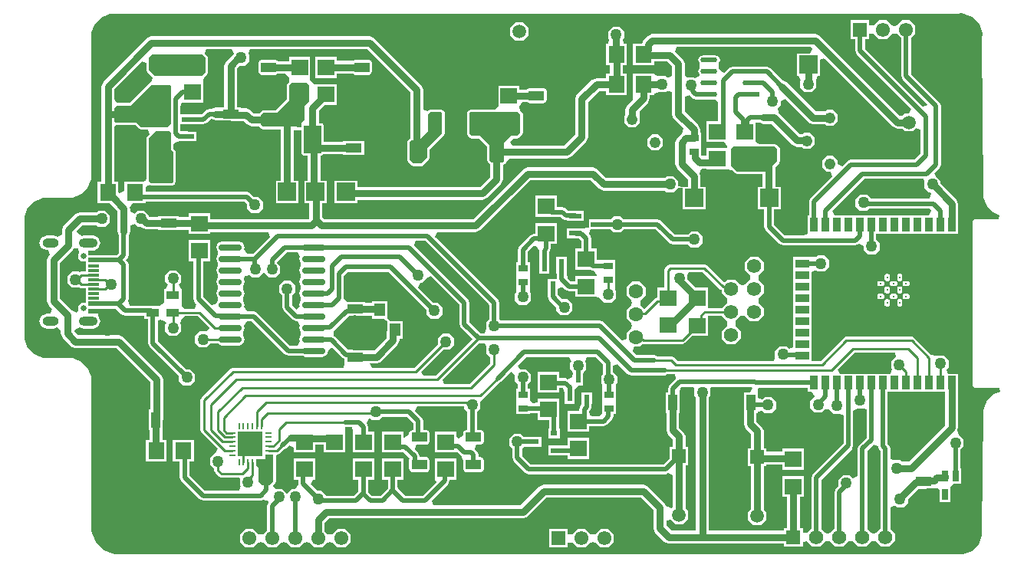
<source format=gtl>
G04*
G04 #@! TF.GenerationSoftware,Altium Limited,Altium Designer,23.2.1 (34)*
G04*
G04 Layer_Physical_Order=1*
G04 Layer_Color=255*
%FSLAX44Y44*%
%MOMM*%
G71*
G04*
G04 #@! TF.SameCoordinates,75154B13-1296-4508-9C84-23632F313CF3*
G04*
G04*
G04 #@! TF.FilePolarity,Positive*
G04*
G01*
G75*
%ADD16C,0.2540*%
%ADD21R,1.8400X1.8000*%
%ADD22R,1.8000X1.0000*%
%ADD23R,0.7000X1.2000*%
%ADD24R,1.1500X0.6000*%
%ADD25R,1.1500X0.3000*%
%ADD26R,0.9000X0.9000*%
%ADD27R,0.9000X1.5000*%
%ADD28R,1.5000X0.9000*%
%ADD29R,1.3208X0.5588*%
%ADD30R,1.8000X1.8400*%
%ADD31R,3.3000X2.2000*%
%ADD32R,1.0000X2.2000*%
G04:AMPARAMS|DCode=33|XSize=1.1mm|YSize=1.73mm|CornerRadius=0.11mm|HoleSize=0mm|Usage=FLASHONLY|Rotation=270.000|XOffset=0mm|YOffset=0mm|HoleType=Round|Shape=RoundedRectangle|*
%AMROUNDEDRECTD33*
21,1,1.1000,1.5100,0,0,270.0*
21,1,0.8800,1.7300,0,0,270.0*
1,1,0.2200,-0.7550,-0.4400*
1,1,0.2200,-0.7550,0.4400*
1,1,0.2200,0.7550,0.4400*
1,1,0.2200,0.7550,-0.4400*
%
%ADD33ROUNDEDRECTD33*%
%ADD34R,1.0000X1.8000*%
%ADD35R,0.7000X0.2500*%
%ADD36R,0.2500X0.7000*%
%ADD37R,1.0000X0.8000*%
G04:AMPARAMS|DCode=38|XSize=1.8741mm|YSize=0.5434mm|CornerRadius=0.2717mm|HoleSize=0mm|Usage=FLASHONLY|Rotation=180.000|XOffset=0mm|YOffset=0mm|HoleType=Round|Shape=RoundedRectangle|*
%AMROUNDEDRECTD38*
21,1,1.8741,0.0000,0,0,180.0*
21,1,1.3307,0.5434,0,0,180.0*
1,1,0.5434,-0.6653,0.0000*
1,1,0.5434,0.6653,0.0000*
1,1,0.5434,0.6653,0.0000*
1,1,0.5434,-0.6653,0.0000*
%
%ADD38ROUNDEDRECTD38*%
%ADD39R,1.8741X0.5434*%
%ADD40R,2.0000X2.0000*%
%ADD41R,0.8000X0.6000*%
%ADD42O,2.6000X0.7000*%
%ADD43R,1.2000X1.4000*%
%ADD44R,0.6000X0.8000*%
%ADD45R,1.3500X0.6000*%
%ADD46R,0.6000X1.3500*%
%ADD47R,1.4000X1.1000*%
%ADD48R,1.4000X0.9000*%
%ADD49C,1.7397*%
%ADD50R,0.5800X1.7300*%
%ADD65R,2.7500X2.7500*%
%ADD83R,1.5700X1.5700*%
%ADD84C,1.5700*%
%ADD85R,1.5500X1.5500*%
%ADD86C,1.5500*%
%ADD89R,1.5700X1.5700*%
%ADD92C,0.8000*%
%ADD93C,0.5000*%
%ADD94C,1.6000*%
%ADD95R,1.6000X1.6000*%
%ADD96O,1.8000X1.0000*%
%ADD97C,0.6500*%
%ADD98O,2.1000X1.0000*%
%ADD99C,0.3000*%
%ADD100R,1.5000X1.5000*%
%ADD101C,1.5000*%
%ADD102C,1.5080*%
%ADD103R,1.5080X1.5080*%
%ADD104C,3.0000*%
%ADD105C,1.2100*%
%ADD106C,1.2700*%
G36*
X1613345Y991722D02*
X1621642Y983425D01*
X1625258Y972263D01*
X1624330Y966470D01*
X1624330D01*
X1624330Y966470D01*
X1625600Y796290D01*
X1626088Y791335D01*
X1629881Y782178D01*
X1636888Y775171D01*
X1643603Y772389D01*
X1642609Y767389D01*
X1616770D01*
X1614826Y766584D01*
X1614021Y764640D01*
Y584640D01*
X1614826Y582696D01*
X1616770Y581891D01*
X1643308D01*
X1644166Y576891D01*
X1637380Y574489D01*
X1630372Y568182D01*
X1626311Y559673D01*
X1625600Y554990D01*
X1625600D01*
X1625600Y554990D01*
X1624330Y422910D01*
X1624330Y417858D01*
X1620464Y408522D01*
X1613318Y401376D01*
X1603982Y397510D01*
X1598930Y397510D01*
X673100D01*
X666784Y397510D01*
X655115Y402343D01*
X646183Y411275D01*
X641350Y422944D01*
X641350Y429260D01*
X641350Y589280D01*
X640862Y594235D01*
X637070Y603392D01*
X630062Y610400D01*
X620905Y614192D01*
X615950Y614680D01*
X615950Y614680D01*
X615950Y614680D01*
X592660Y614680D01*
X587608Y614680D01*
X578272Y618547D01*
X571127Y625692D01*
X567260Y635028D01*
X567260Y640080D01*
Y765810D01*
X567260Y770862D01*
X571127Y780198D01*
X578272Y787343D01*
X587608Y791210D01*
X592660Y791210D01*
X592660Y791210D01*
X615950D01*
X620905Y791698D01*
X630061Y795491D01*
X637069Y802498D01*
X640862Y811655D01*
X641350Y816610D01*
Y969010D01*
Y974062D01*
X645217Y983398D01*
X652362Y990543D01*
X661698Y994410D01*
X666750D01*
X666750Y994410D01*
X704850D01*
X1596390Y994410D01*
X1602183Y995338D01*
X1613345Y991722D01*
D02*
G37*
%LPC*%
G36*
X1544772Y987534D02*
X1536248D01*
X1530347Y981634D01*
X1527810Y981568D01*
X1525273Y981634D01*
X1519372Y987534D01*
X1510848D01*
X1505000Y981686D01*
X1500000Y981941D01*
Y987534D01*
X1479420D01*
Y966954D01*
X1484255D01*
Y953770D01*
X1485853Y949913D01*
X1545855Y889910D01*
X1543784Y884910D01*
X1539195D01*
X1536194Y881909D01*
X1533482D01*
X1445186Y970206D01*
X1440180Y972279D01*
X1260396D01*
X1255391Y970206D01*
X1250704Y965519D01*
X1249122Y961700D01*
X1239170D01*
Y938220D01*
X1262250D01*
Y942048D01*
X1276792D01*
X1281971Y936868D01*
Y925882D01*
X1276971Y923811D01*
X1274952Y925830D01*
X1267588D01*
X1267250Y925492D01*
X1262250Y927563D01*
Y928416D01*
X1239170D01*
Y904936D01*
X1239170D01*
X1239175Y899936D01*
X1232839Y893599D01*
X1230765Y888594D01*
Y883339D01*
X1229254Y881828D01*
Y874712D01*
X1234286Y869680D01*
X1241402D01*
X1246434Y874712D01*
Y881828D01*
X1246816Y887555D01*
X1255715Y896454D01*
X1257789Y901460D01*
Y904936D01*
X1262250D01*
Y906678D01*
X1267250Y908388D01*
X1267588Y908050D01*
X1274952D01*
X1276971Y910069D01*
X1281971Y907998D01*
Y883920D01*
X1284044Y878914D01*
X1294571Y868388D01*
X1294148Y864152D01*
X1293398Y862490D01*
X1292541Y862135D01*
X1287854Y857449D01*
X1285781Y852444D01*
Y828655D01*
X1287854Y823649D01*
X1299437Y812067D01*
Y803750D01*
X1294050Y803750D01*
X1293976Y803750D01*
X1289050Y803929D01*
X1289050Y810132D01*
X1283842Y815340D01*
X1276478D01*
X1274667Y813529D01*
X1209431D01*
X1200075Y822886D01*
X1195069Y824959D01*
X1122680D01*
X1117674Y822886D01*
X1062598Y767809D01*
X898282D01*
X896079Y770012D01*
Y785386D01*
X901174D01*
Y810466D01*
X894077D01*
Y838171D01*
X894865D01*
X896809Y838976D01*
X897022Y839491D01*
X919140D01*
Y839030D01*
X942220D01*
Y854110D01*
X919140D01*
Y853649D01*
X897614D01*
Y870226D01*
X897455Y870385D01*
Y871220D01*
X897307Y871961D01*
X897116Y872423D01*
X896696Y873051D01*
X896620Y873102D01*
Y873242D01*
X894865Y873969D01*
X892279D01*
Y887758D01*
X898471Y893950D01*
X911940D01*
Y917030D01*
X888460D01*
X888460Y917030D01*
X886257Y917087D01*
X882393Y921676D01*
X882730Y923950D01*
X882730Y924741D01*
Y947030D01*
X859250D01*
Y942565D01*
X847121D01*
X847078Y942669D01*
X844292Y943823D01*
X829192D01*
X826406Y942669D01*
X825252Y939883D01*
Y931083D01*
X826406Y928297D01*
X829192Y927143D01*
X844292D01*
X847078Y928297D01*
X847123Y928408D01*
X855714D01*
X858733Y925389D01*
X859245Y923408D01*
X859202Y918970D01*
X857846Y917614D01*
X857041Y915670D01*
X857041Y915670D01*
Y900299D01*
X844681Y887939D01*
X830580D01*
X828636Y887134D01*
X828636Y887134D01*
X826151Y884649D01*
X820812D01*
X817275Y888186D01*
X812270Y890259D01*
X806560D01*
Y891720D01*
X802099D01*
Y934328D01*
X805031Y937260D01*
X810132D01*
X815340Y942468D01*
Y949832D01*
X814591Y950581D01*
X816662Y955581D01*
X945758D01*
X993165Y908174D01*
Y857004D01*
X992174Y856594D01*
X992174Y856594D01*
X990904Y855324D01*
X990099Y853380D01*
X990099Y853380D01*
X990099Y853380D01*
Y833060D01*
X990099Y833060D01*
X990904Y831116D01*
X994714Y827306D01*
X996658Y826501D01*
X996658Y826501D01*
X1005548D01*
X1007492Y827306D01*
X1007492Y827306D01*
X1013842Y833656D01*
X1014647Y835600D01*
X1014647Y835600D01*
Y844621D01*
X1030352Y860326D01*
X1031157Y862270D01*
X1031157Y862270D01*
Y885130D01*
X1031158Y885130D01*
X1031157Y885130D01*
X1030352Y887074D01*
X1030352Y887074D01*
X1029082Y888344D01*
X1029082Y888344D01*
X1027138Y889149D01*
X1027138Y889149D01*
X1015708D01*
X1013764Y888344D01*
X1013764Y888344D01*
X1012322Y886902D01*
X1007322Y888455D01*
Y911106D01*
X1005249Y916112D01*
X953696Y967665D01*
X948690Y969739D01*
X707390D01*
X702384Y967665D01*
X654364Y919645D01*
X652291Y914640D01*
Y883920D01*
Y809300D01*
X647830D01*
Y785820D01*
X661099D01*
X669831Y777088D01*
Y753865D01*
X671455Y749945D01*
Y729970D01*
X669440Y727955D01*
X651825D01*
Y728040D01*
X643704D01*
X643450Y728607D01*
X643431Y729165D01*
X646180Y734738D01*
X649056Y735929D01*
X651446Y741700D01*
X649056Y747471D01*
X643285Y749861D01*
X632285D01*
X630996Y749327D01*
X625677Y752279D01*
X625290Y754979D01*
X631582Y761271D01*
X647287D01*
X649098Y759460D01*
X656462D01*
X661670Y764668D01*
Y772032D01*
X656462Y777240D01*
X649098D01*
X647287Y775429D01*
X628650D01*
X623644Y773355D01*
X610945Y760656D01*
X608871Y755650D01*
Y750888D01*
X603871Y748251D01*
X599985Y749861D01*
X591985D01*
X586214Y747471D01*
X583824Y741700D01*
X586214Y735929D01*
X591985Y733539D01*
X593267D01*
X595338Y728539D01*
X594435Y727635D01*
X592361Y722630D01*
Y676910D01*
X594435Y671905D01*
X597878Y668461D01*
X595807Y663461D01*
X591985D01*
X586214Y661071D01*
X583824Y655300D01*
X586214Y649529D01*
X591985Y647139D01*
X599985D01*
X602601Y648222D01*
X607601Y644882D01*
Y641350D01*
X609674Y636344D01*
X618564Y627454D01*
X623570Y625381D01*
X668898D01*
X706131Y588148D01*
Y557640D01*
X704670D01*
Y534560D01*
X705381D01*
Y523550D01*
X701170D01*
Y500070D01*
X724250D01*
Y523550D01*
X719539D01*
Y534560D01*
X719750D01*
Y545799D01*
X720289Y547100D01*
Y591080D01*
X718215Y596086D01*
X676835Y637466D01*
X671830Y639539D01*
X626502D01*
X622802Y643239D01*
X623231Y646280D01*
X628250Y648810D01*
X632285Y647139D01*
X643285D01*
X649056Y649529D01*
X651446Y655300D01*
X649056Y661071D01*
X648990Y666500D01*
X653348Y669045D01*
X668170D01*
X674323Y662893D01*
X678180Y661295D01*
X699550D01*
Y657830D01*
X703635D01*
Y630760D01*
X705232Y626903D01*
X737870Y594265D01*
Y589408D01*
X743078Y584200D01*
X750442D01*
X755650Y589408D01*
Y596772D01*
X750442Y601980D01*
X745585D01*
X714545Y633020D01*
Y655620D01*
X716992Y656944D01*
X722741Y655564D01*
X723708Y653724D01*
X724078Y652830D01*
X722630Y651382D01*
Y644018D01*
X727838Y638810D01*
X735202D01*
X740410Y644018D01*
Y651382D01*
X738962Y652830D01*
X740630Y657830D01*
X744422Y660746D01*
X758362D01*
X771629Y647479D01*
X768147Y643890D01*
X760858D01*
X755650Y638682D01*
Y631318D01*
X760858Y626110D01*
X768222D01*
X772988Y630876D01*
X780411D01*
X780617Y630377D01*
X785240Y628462D01*
X804240D01*
X808863Y630377D01*
X810778Y635000D01*
X808863Y639623D01*
X808863Y643077D01*
X810778Y647700D01*
X809848Y649945D01*
X812774Y654945D01*
X818160D01*
X854663Y618443D01*
X858520Y616845D01*
X874627D01*
X877240Y615762D01*
X896240D01*
X900863Y617677D01*
X902778Y622300D01*
X902320Y623404D01*
X906559Y626236D01*
X918463Y614333D01*
X920640Y613431D01*
Y608150D01*
X920640D01*
X919641Y603564D01*
X797560D01*
X794644Y602356D01*
X762894Y570606D01*
X761686Y567690D01*
Y534670D01*
X762894Y531754D01*
X780378Y514270D01*
X778307Y509270D01*
X777368D01*
X772160Y504062D01*
Y496698D01*
X776926Y491932D01*
Y490220D01*
X778134Y487304D01*
X781944Y483494D01*
X784860Y482286D01*
X804731D01*
X805180Y481202D01*
Y473838D01*
X806282Y472735D01*
X804211Y467735D01*
X766800D01*
X749675Y484860D01*
Y500070D01*
X754250D01*
Y523550D01*
X731170D01*
Y500070D01*
X738765D01*
Y482600D01*
X740363Y478743D01*
X760683Y458423D01*
X764540Y456825D01*
X828040D01*
X830862Y457994D01*
X834950Y456905D01*
X836620Y456074D01*
X836791Y455480D01*
X836677Y454669D01*
X835285Y451306D01*
Y424387D01*
X830577Y419680D01*
X828040Y419614D01*
X825503Y419680D01*
X819602Y425580D01*
X811078D01*
X805050Y419552D01*
Y411028D01*
X811078Y405000D01*
X819602D01*
X825503Y410900D01*
X828040Y410966D01*
X830577Y410900D01*
X836478Y405000D01*
X845002D01*
X850903Y410900D01*
X853440Y410966D01*
X855977Y410900D01*
X861878Y405000D01*
X870402D01*
X876303Y410900D01*
X878840Y410966D01*
X881377Y410900D01*
X887278Y405000D01*
X895802D01*
X901703Y410900D01*
X904240Y410966D01*
X906777Y410900D01*
X912678Y405000D01*
X921202D01*
X927230Y411028D01*
Y419552D01*
X921202Y425580D01*
X912678D01*
X906777Y419680D01*
X904240Y419614D01*
X901703Y419680D01*
X898619Y422763D01*
Y432678D01*
X903362Y437421D01*
X1117600D01*
X1122606Y439495D01*
X1143392Y460281D01*
X1248018D01*
X1261651Y446648D01*
Y426720D01*
X1263725Y421715D01*
X1273885Y411554D01*
X1278890Y409481D01*
X1405660D01*
Y406170D01*
X1426440D01*
Y411339D01*
X1431440Y411876D01*
X1437146Y406170D01*
X1445754D01*
X1451571Y411988D01*
X1454150Y412129D01*
X1456729Y411988D01*
X1462546Y406170D01*
X1471154D01*
X1476971Y411988D01*
X1479550Y412129D01*
X1482129Y411988D01*
X1487946Y406170D01*
X1496554D01*
X1502371Y411988D01*
X1504950Y412129D01*
X1507529Y411988D01*
X1513346Y406170D01*
X1521954D01*
X1528040Y412256D01*
Y420864D01*
X1523105Y425798D01*
Y449593D01*
X1528105Y451664D01*
X1530099Y449670D01*
X1537464D01*
X1542671Y454878D01*
Y458711D01*
X1554092Y470131D01*
X1562560D01*
X1563861Y470670D01*
X1571100D01*
Y470670D01*
X1576040Y470525D01*
X1577650Y469340D01*
Y455010D01*
X1589730D01*
Y470330D01*
X1589730Y472090D01*
X1593388Y475330D01*
X1601160D01*
Y492410D01*
X1600575D01*
Y513583D01*
X1604010Y517018D01*
Y524382D01*
X1598802Y529590D01*
X1598799Y529596D01*
X1596814Y534590D01*
X1597959Y537354D01*
Y577100D01*
X1598110D01*
Y587046D01*
X1598149Y587140D01*
X1598110Y587234D01*
Y597180D01*
X1587103D01*
X1585032Y602180D01*
X1587500Y604648D01*
Y612012D01*
X1582292Y617220D01*
X1574928D01*
X1574413Y616706D01*
X1568586Y617836D01*
X1549776Y636646D01*
X1546860Y637854D01*
X1474470D01*
X1471554Y636646D01*
X1446252Y611344D01*
X1436210D01*
Y623150D01*
Y635850D01*
Y648550D01*
Y661250D01*
Y673950D01*
Y686650D01*
Y699350D01*
Y709497D01*
X1441210Y711568D01*
X1442848Y709930D01*
X1450212D01*
X1455420Y715138D01*
Y722502D01*
X1450212Y727710D01*
X1442848D01*
X1441210Y726072D01*
X1436210Y726130D01*
Y726130D01*
X1416130D01*
Y712050D01*
Y699350D01*
Y686650D01*
Y673950D01*
Y661250D01*
Y648550D01*
Y635850D01*
Y626118D01*
X1411130Y624552D01*
X1408302Y627380D01*
X1400938D01*
X1395730Y622172D01*
Y614808D01*
X1394295Y611344D01*
X1288058D01*
X1284346Y615056D01*
X1281430Y616264D01*
X1265594D01*
X1262380Y617595D01*
X1243050D01*
X1238645Y622000D01*
X1240716Y627000D01*
X1246672D01*
X1249952Y630280D01*
X1250524Y630043D01*
X1293695D01*
X1296611Y631251D01*
X1304299Y638940D01*
X1321747D01*
Y661356D01*
X1337110D01*
Y661176D01*
X1342927Y655359D01*
X1343069Y652780D01*
X1342927Y650201D01*
X1337110Y644384D01*
Y635776D01*
X1343196Y629690D01*
X1351803D01*
X1357890Y635776D01*
Y644384D01*
X1352072Y650201D01*
X1351930Y652780D01*
X1352072Y655359D01*
X1357621Y660908D01*
X1360200Y661049D01*
X1362778Y660908D01*
X1368596Y655090D01*
X1377203D01*
X1383290Y661176D01*
Y669784D01*
X1377472Y675601D01*
X1377330Y678180D01*
X1377472Y680759D01*
X1383290Y686576D01*
Y695184D01*
X1377472Y701001D01*
X1377330Y703580D01*
X1377472Y706159D01*
X1383290Y711976D01*
Y720584D01*
X1377203Y726670D01*
X1368596D01*
X1362510Y720584D01*
Y711976D01*
X1368327Y706159D01*
X1368469Y703580D01*
X1368327Y701001D01*
X1362778Y695452D01*
X1360200Y695311D01*
X1357621Y695452D01*
X1351803Y701270D01*
X1343196D01*
X1339640Y697714D01*
X1320698Y716656D01*
X1317782Y717864D01*
X1280160D01*
X1277244Y716656D01*
X1274704Y714116D01*
X1273496Y711200D01*
Y692138D01*
X1265880D01*
Y681308D01*
X1263182Y680190D01*
X1251572Y668580D01*
X1247153Y672999D01*
X1246889Y675640D01*
X1247153Y678281D01*
X1252846Y683974D01*
Y692706D01*
X1246672Y698880D01*
X1237941D01*
X1231766Y692706D01*
Y683974D01*
X1237460Y678281D01*
X1237724Y675640D01*
X1237460Y672999D01*
X1231766Y667306D01*
Y658574D01*
X1237460Y652881D01*
X1237724Y650240D01*
X1237460Y647599D01*
X1231766Y641906D01*
Y635950D01*
X1226767Y633878D01*
X1206547Y654097D01*
X1202690Y655695D01*
X1092967D01*
X1091305Y657357D01*
Y675640D01*
X1089707Y679497D01*
X1020554Y748651D01*
X1022625Y753651D01*
X1065530D01*
X1070536Y755724D01*
X1125612Y810801D01*
X1192137D01*
X1201494Y801444D01*
X1206499Y799371D01*
X1274667D01*
X1276478Y797560D01*
X1283842D01*
X1288976Y802693D01*
X1293976Y802589D01*
X1293976Y798781D01*
X1293976Y798750D01*
Y778670D01*
X1319056D01*
Y803750D01*
X1313595D01*
Y814999D01*
X1312129Y818538D01*
X1314078Y822522D01*
X1315073Y823501D01*
X1320490D01*
Y823090D01*
X1340833D01*
X1343970Y823090D01*
X1348470Y821882D01*
X1351876Y818476D01*
X1353820Y817671D01*
X1353820Y817671D01*
X1381902D01*
Y803750D01*
X1376840D01*
Y778670D01*
X1383925D01*
Y759460D01*
X1385523Y755603D01*
X1400763Y740363D01*
X1404620Y738765D01*
X1484630D01*
X1488487Y740363D01*
X1488520Y740395D01*
X1493520Y738324D01*
Y734188D01*
X1498728Y728980D01*
X1506092D01*
X1511300Y734188D01*
Y741552D01*
X1507625Y745227D01*
Y752100D01*
X1598110D01*
Y762046D01*
X1598149Y762140D01*
Y785100D01*
X1596075Y790106D01*
X1578610Y807571D01*
Y810132D01*
X1573402Y815340D01*
X1571980Y818775D01*
X1577387Y824183D01*
X1578985Y828040D01*
Y892810D01*
X1577387Y896667D01*
X1545965Y928090D01*
Y968147D01*
X1550800Y972982D01*
Y981506D01*
X1544772Y987534D01*
D02*
G37*
G36*
X1117949Y985400D02*
X1109631D01*
X1103750Y979519D01*
Y971201D01*
X1109631Y965320D01*
X1117949D01*
X1123830Y971201D01*
Y979519D01*
X1117949Y985400D01*
D02*
G37*
G36*
X911940Y947030D02*
X888460D01*
Y923950D01*
X911940D01*
Y928511D01*
X929461D01*
X929464Y928504D01*
X932250Y927350D01*
X947350D01*
X950136Y928504D01*
X951290Y931290D01*
Y940090D01*
X950136Y942876D01*
X947350Y944030D01*
X932250D01*
X929464Y942876D01*
X929378Y942669D01*
X911940D01*
Y947030D01*
D02*
G37*
G36*
X1224152Y980440D02*
X1216788D01*
X1211580Y975232D01*
Y967868D01*
X1212748Y966700D01*
X1211668Y961700D01*
X1209170D01*
Y938220D01*
X1213631D01*
Y928416D01*
X1209170D01*
Y923755D01*
X1198616D01*
X1193610Y921681D01*
X1177365Y905435D01*
X1175291Y900430D01*
Y861452D01*
X1162868Y849029D01*
X1105513D01*
X1103579Y853496D01*
X1106376Y856981D01*
X1110958D01*
X1110958Y856981D01*
X1112902Y857786D01*
X1116712Y861596D01*
X1117517Y863540D01*
X1117517Y863540D01*
Y883860D01*
X1116712Y885804D01*
X1116712Y885804D01*
X1114733Y887783D01*
X1113903Y891925D01*
X1113901Y891961D01*
X1117080Y896961D01*
X1122209D01*
X1122212Y896954D01*
X1124998Y895800D01*
X1140098D01*
X1142884Y896954D01*
X1144038Y899740D01*
Y908540D01*
X1142884Y911326D01*
X1140098Y912480D01*
X1124998D01*
X1122212Y911326D01*
X1122126Y911119D01*
X1113808D01*
Y915480D01*
X1090328D01*
Y894149D01*
X1090328Y892400D01*
X1086675Y889149D01*
X1060158D01*
X1060158Y889149D01*
X1060158Y889149D01*
X1058214Y888344D01*
X1058214Y888344D01*
X1056944Y887074D01*
X1056944Y887074D01*
X1056139Y885130D01*
X1056139Y885130D01*
Y862270D01*
X1056944Y860326D01*
X1056944Y860326D01*
X1059484Y857786D01*
X1061428Y856981D01*
X1061428Y856981D01*
X1069179D01*
X1077729Y848431D01*
Y833060D01*
X1078534Y831116D01*
X1078534Y831116D01*
X1081074Y828576D01*
X1081311Y828478D01*
Y814462D01*
X1070218Y803369D01*
X934560D01*
Y810466D01*
X909480D01*
Y785386D01*
X934560D01*
Y789211D01*
X1073150D01*
X1078156Y791284D01*
X1093395Y806525D01*
X1095469Y811530D01*
Y823151D01*
X1095718Y827771D01*
X1097662Y828576D01*
X1097662Y828576D01*
X1098932Y829846D01*
X1098932Y829846D01*
X1099296Y830725D01*
X1099737Y831790D01*
X1099737Y831790D01*
X1103189Y834871D01*
X1165800D01*
X1170805Y836944D01*
X1187375Y853514D01*
X1189449Y858520D01*
Y897498D01*
X1201548Y909597D01*
X1209170D01*
Y904936D01*
X1232250D01*
Y928416D01*
X1227789D01*
Y938220D01*
X1232250D01*
Y961700D01*
X1228933D01*
X1228192Y966700D01*
X1229360Y967868D01*
Y975232D01*
X1224152Y980440D01*
D02*
G37*
G36*
X1266802Y861460D02*
X1259686D01*
X1254654Y856428D01*
Y849312D01*
X1259686Y844280D01*
X1266802D01*
X1271834Y849312D01*
Y856428D01*
X1266802Y861460D01*
D02*
G37*
G36*
X1225422Y770890D02*
X1218058D01*
X1214623Y767455D01*
X1208740D01*
Y767540D01*
X1190160D01*
Y760617D01*
X1190160Y758836D01*
X1189584Y758417D01*
X1187880Y758284D01*
X1184740Y758040D01*
Y758040D01*
X1166160D01*
Y746960D01*
X1174948D01*
X1175950Y746545D01*
X1179950D01*
X1181995Y744500D01*
Y735200D01*
X1175710D01*
Y712120D01*
X1191733D01*
X1195150Y710705D01*
X1195639D01*
X1199344Y705705D01*
X1199190Y705200D01*
X1199040Y705200D01*
X1175710D01*
Y698875D01*
X1170660D01*
X1166590Y702945D01*
X1165660Y707560D01*
X1165660Y707560D01*
X1165660Y707560D01*
Y726140D01*
X1154580D01*
Y707560D01*
X1154665D01*
Y702471D01*
X1154665Y702140D01*
X1153677Y702140D01*
X1145080D01*
Y683560D01*
X1145165D01*
Y681990D01*
X1146763Y678133D01*
X1154430Y670465D01*
Y666878D01*
X1159638Y661670D01*
X1167002D01*
X1172210Y666878D01*
Y674242D01*
X1167002Y679450D01*
X1160875D01*
X1156160Y684165D01*
Y690874D01*
X1161160Y692945D01*
X1164543Y689563D01*
X1168400Y687965D01*
X1175710D01*
Y682120D01*
X1198217Y682120D01*
X1200697Y681415D01*
X1203378Y680160D01*
X1207898Y675640D01*
X1215262D01*
X1220470Y680848D01*
Y688212D01*
X1219062Y689620D01*
X1219120Y694620D01*
X1219120D01*
Y704620D01*
X1219120Y707700D01*
X1219120Y712700D01*
Y722700D01*
X1204040D01*
Y722700D01*
X1199190Y723062D01*
Y735200D01*
X1192905D01*
Y746760D01*
X1191307Y750617D01*
X1190465Y751460D01*
X1192536Y756460D01*
X1194122Y756460D01*
Y756460D01*
X1194176Y756460D01*
X1208740D01*
Y756545D01*
X1214623D01*
X1218058Y753110D01*
X1225422D01*
X1228857Y756545D01*
X1263930D01*
X1278843Y741633D01*
X1282700Y740035D01*
X1299713D01*
X1303148Y736600D01*
X1310512D01*
X1315720Y741808D01*
Y749172D01*
X1310512Y754380D01*
X1303148D01*
X1299713Y750945D01*
X1284960D01*
X1270047Y765857D01*
X1266190Y767455D01*
X1228857D01*
X1225422Y770890D01*
D02*
G37*
G36*
X1154740Y793620D02*
X1131260D01*
Y770540D01*
X1148497D01*
X1149500Y770125D01*
X1158910D01*
X1160892Y768143D01*
X1164750Y766545D01*
X1166160D01*
Y765960D01*
X1184740D01*
Y777040D01*
X1175953D01*
X1174950Y777455D01*
X1167010D01*
X1165027Y779437D01*
X1161170Y781035D01*
X1154740D01*
Y793620D01*
D02*
G37*
G36*
Y763620D02*
X1131260D01*
Y751822D01*
X1129907D01*
X1126049Y750224D01*
X1113783Y737957D01*
X1112185Y734100D01*
Y720160D01*
X1110060D01*
Y710160D01*
X1110060Y707080D01*
X1110060Y702080D01*
Y692080D01*
X1110060D01*
X1110118Y687080D01*
X1108710Y685672D01*
Y678308D01*
X1113918Y673100D01*
X1121282D01*
X1126490Y678308D01*
Y685672D01*
X1125082Y687080D01*
X1125140Y692080D01*
X1125140D01*
Y702080D01*
X1125140Y705160D01*
X1125140Y710160D01*
Y720160D01*
X1123095D01*
Y731840D01*
X1129747Y738492D01*
X1132476Y738018D01*
X1135665Y733450D01*
Y726140D01*
X1135580D01*
Y707560D01*
X1146660D01*
Y726140D01*
X1146575D01*
Y731190D01*
X1146857Y731473D01*
X1148455Y735330D01*
Y740540D01*
X1154740D01*
Y763620D01*
D02*
G37*
G36*
X1534374Y707680D02*
X1532766D01*
X1531281Y707065D01*
X1530145Y705928D01*
X1529530Y704444D01*
Y702836D01*
X1530145Y701351D01*
X1531281Y700215D01*
X1532766Y699600D01*
X1534374D01*
X1535858Y700215D01*
X1536995Y701351D01*
X1537610Y702836D01*
Y704444D01*
X1536995Y705928D01*
X1535858Y707065D01*
X1534374Y707680D01*
D02*
G37*
G36*
X1520374D02*
X1518766D01*
X1517281Y707065D01*
X1516145Y705928D01*
X1515530Y704444D01*
Y702836D01*
X1516145Y701351D01*
X1517281Y700215D01*
X1518766Y699600D01*
X1520374D01*
X1521859Y700215D01*
X1522995Y701351D01*
X1523610Y702836D01*
Y704444D01*
X1522995Y705928D01*
X1521859Y707065D01*
X1520374Y707680D01*
D02*
G37*
G36*
X1541374Y700680D02*
X1539766D01*
X1538282Y700065D01*
X1537145Y698929D01*
X1536530Y697444D01*
Y695836D01*
X1537145Y694352D01*
X1538282Y693215D01*
X1539766Y692600D01*
X1541374D01*
X1542858Y693215D01*
X1543995Y694352D01*
X1544610Y695836D01*
Y697444D01*
X1543995Y698929D01*
X1542858Y700065D01*
X1541374Y700680D01*
D02*
G37*
G36*
X1527374D02*
X1525766D01*
X1524281Y700065D01*
X1523145Y698929D01*
X1522530Y697444D01*
Y695836D01*
X1523145Y694352D01*
X1524281Y693215D01*
X1525766Y692600D01*
X1527374D01*
X1528858Y693215D01*
X1529995Y694352D01*
X1530610Y695836D01*
Y697444D01*
X1529995Y698929D01*
X1528858Y700065D01*
X1527374Y700680D01*
D02*
G37*
G36*
X1513374D02*
X1511766D01*
X1510282Y700065D01*
X1509145Y698929D01*
X1508530Y697444D01*
Y695836D01*
X1509145Y694352D01*
X1510282Y693215D01*
X1511766Y692600D01*
X1513374D01*
X1514859Y693215D01*
X1515995Y694352D01*
X1516610Y695836D01*
Y697444D01*
X1515995Y698929D01*
X1514859Y700065D01*
X1513374Y700680D01*
D02*
G37*
G36*
X1534374Y693680D02*
X1532766D01*
X1531281Y693065D01*
X1530145Y691928D01*
X1529530Y690444D01*
Y688836D01*
X1530145Y687352D01*
X1531281Y686215D01*
X1532766Y685600D01*
X1534374D01*
X1535858Y686215D01*
X1536995Y687352D01*
X1537610Y688836D01*
Y690444D01*
X1536995Y691928D01*
X1535858Y693065D01*
X1534374Y693680D01*
D02*
G37*
G36*
X1520374D02*
X1518766D01*
X1517281Y693065D01*
X1516145Y691928D01*
X1515530Y690444D01*
Y688836D01*
X1516145Y687352D01*
X1517281Y686215D01*
X1518766Y685600D01*
X1520374D01*
X1521859Y686215D01*
X1522995Y687352D01*
X1523610Y688836D01*
Y690444D01*
X1522995Y691928D01*
X1521859Y693065D01*
X1520374Y693680D01*
D02*
G37*
G36*
X1541374Y686680D02*
X1539766D01*
X1538282Y686065D01*
X1537145Y684929D01*
X1536530Y683444D01*
Y681836D01*
X1537145Y680351D01*
X1538282Y679215D01*
X1539766Y678600D01*
X1541374D01*
X1542858Y679215D01*
X1543995Y680351D01*
X1544610Y681836D01*
Y683444D01*
X1543995Y684929D01*
X1542858Y686065D01*
X1541374Y686680D01*
D02*
G37*
G36*
X1527374D02*
X1525766D01*
X1524281Y686065D01*
X1523145Y684929D01*
X1522530Y683444D01*
Y681836D01*
X1523145Y680351D01*
X1524281Y679215D01*
X1525766Y678600D01*
X1527374D01*
X1528858Y679215D01*
X1529995Y680351D01*
X1530610Y681836D01*
Y683444D01*
X1529995Y684929D01*
X1528858Y686065D01*
X1527374Y686680D01*
D02*
G37*
G36*
X1513374D02*
X1511766D01*
X1510282Y686065D01*
X1509145Y684929D01*
X1508530Y683444D01*
Y681836D01*
X1509145Y680351D01*
X1510282Y679215D01*
X1511766Y678600D01*
X1513374D01*
X1514859Y679215D01*
X1515995Y680351D01*
X1516610Y681836D01*
Y683444D01*
X1515995Y684929D01*
X1514859Y686065D01*
X1513374Y686680D01*
D02*
G37*
G36*
X1534374Y679680D02*
X1532766D01*
X1531281Y679065D01*
X1530145Y677928D01*
X1529530Y676444D01*
Y674836D01*
X1530145Y673352D01*
X1531281Y672215D01*
X1532766Y671600D01*
X1534374D01*
X1535858Y672215D01*
X1536995Y673352D01*
X1537610Y674836D01*
Y676444D01*
X1536995Y677928D01*
X1535858Y679065D01*
X1534374Y679680D01*
D02*
G37*
G36*
X1520374D02*
X1518766D01*
X1517281Y679065D01*
X1516145Y677928D01*
X1515530Y676444D01*
Y674836D01*
X1516145Y673352D01*
X1517281Y672215D01*
X1518766Y671600D01*
X1520374D01*
X1521859Y672215D01*
X1522995Y673352D01*
X1523610Y674836D01*
Y676444D01*
X1522995Y677928D01*
X1521859Y679065D01*
X1520374Y679680D01*
D02*
G37*
G36*
X1212032Y425580D02*
X1203508D01*
X1197607Y419680D01*
X1195070Y419614D01*
X1192533Y419680D01*
X1186632Y425580D01*
X1178108D01*
X1172260Y419732D01*
X1167260Y419987D01*
Y425580D01*
X1146680D01*
Y405000D01*
X1167260D01*
Y410593D01*
X1172260Y410848D01*
X1178108Y405000D01*
X1186632D01*
X1192533Y410900D01*
X1195070Y410966D01*
X1197607Y410900D01*
X1203508Y405000D01*
X1212032D01*
X1218060Y411028D01*
Y419552D01*
X1212032Y425580D01*
D02*
G37*
%LPD*%
G36*
X1530347Y972855D02*
X1535055Y968147D01*
Y925830D01*
X1536653Y921973D01*
X1564502Y894123D01*
X1564442Y893824D01*
X1559017Y892178D01*
X1495165Y956030D01*
Y966954D01*
X1500000D01*
Y972547D01*
X1505000Y972802D01*
X1510848Y966954D01*
X1519372D01*
X1525273Y972855D01*
X1527810Y972920D01*
X1530347Y972855D01*
D02*
G37*
G36*
X767080Y946150D02*
Y934720D01*
Y929640D01*
X763270Y925830D01*
X711200D01*
X704850Y932180D01*
Y946150D01*
X708660Y949960D01*
X763270D01*
X767080Y946150D01*
D02*
G37*
G36*
X702101Y940289D02*
Y932180D01*
X702906Y930236D01*
X702906Y930236D01*
X709088Y924054D01*
X709061Y923494D01*
X707390Y919054D01*
X705446Y918249D01*
X705446Y918249D01*
X683391Y896194D01*
X669290D01*
X666449Y900429D01*
Y911708D01*
X697101Y942360D01*
X702101Y940289D01*
D02*
G37*
G36*
X798309Y950581D02*
X797560Y949832D01*
Y949811D01*
X790014Y942265D01*
X787941Y937260D01*
Y891720D01*
X783480D01*
Y891259D01*
X778150D01*
X774230Y889635D01*
X771150D01*
X767292Y888037D01*
X762788Y883533D01*
X747776D01*
X747483Y883412D01*
X739515D01*
Y892518D01*
X741370Y896750D01*
X764850D01*
X764850Y919037D01*
X764945Y920305D01*
X765775Y924447D01*
X769024Y927696D01*
X769829Y929640D01*
X769829Y929640D01*
Y934720D01*
Y946150D01*
X769829Y946150D01*
X769024Y948094D01*
X766537Y950581D01*
X768408Y955581D01*
X796238D01*
X798309Y950581D01*
D02*
G37*
G36*
X778150Y877101D02*
X783480D01*
Y876640D01*
X794719D01*
X796020Y876101D01*
X809338D01*
X812875Y872564D01*
X817880Y870491D01*
X826151D01*
X828636Y868006D01*
X830580Y867201D01*
X830580Y867201D01*
X850171D01*
Y810466D01*
X844710D01*
Y785386D01*
X869790D01*
Y810466D01*
X864329D01*
Y861559D01*
X864760Y866380D01*
X872786D01*
Y840920D01*
X873591Y838976D01*
X875535Y838171D01*
X879919D01*
Y810466D01*
X876094D01*
Y785386D01*
X881921D01*
Y768742D01*
X880912Y767733D01*
X772470D01*
Y774570D01*
X748990D01*
Y770359D01*
X737980D01*
Y771070D01*
X714900D01*
Y770609D01*
X704984D01*
X704850Y770743D01*
Y772032D01*
X699642Y777240D01*
X692278D01*
X688989Y773951D01*
X683989Y776022D01*
Y780020D01*
X683658Y780820D01*
X686701Y785670D01*
X686998Y785820D01*
X700910D01*
Y787025D01*
X810540D01*
X812800Y784765D01*
Y779908D01*
X818008Y774700D01*
X825372D01*
X830580Y779908D01*
Y787272D01*
X825372Y792480D01*
X820515D01*
X816657Y796337D01*
X812800Y797935D01*
X700910D01*
Y803241D01*
X703629Y804761D01*
X705910Y805584D01*
X707390Y804971D01*
X707390Y804971D01*
X730250D01*
X730250Y804971D01*
X730250Y804971D01*
X732194Y805776D01*
X732194Y805776D01*
X733464Y807046D01*
X733464Y807046D01*
X734269Y808990D01*
X734269Y808990D01*
Y842010D01*
X733464Y843954D01*
X733464Y843954D01*
X731729Y845689D01*
Y850976D01*
X734104Y852810D01*
X738632Y853948D01*
X738632Y853948D01*
X738632Y853948D01*
X747483D01*
X747776Y853827D01*
X748069Y853948D01*
X756920D01*
Y864616D01*
X748484D01*
X747482Y865031D01*
X739515D01*
Y872744D01*
X747483D01*
X747776Y872623D01*
X765048D01*
X768905Y874221D01*
X773410Y878725D01*
X774230D01*
X778150Y877101D01*
D02*
G37*
G36*
X1437157Y956070D02*
X1434695Y951070D01*
X1420020D01*
Y925990D01*
X1421996D01*
X1424038Y920990D01*
X1423670Y920622D01*
Y913258D01*
X1428878Y908050D01*
X1436242D01*
X1441450Y913258D01*
Y920622D01*
X1441082Y920990D01*
X1443124Y925990D01*
X1445100D01*
Y943736D01*
X1449719Y945650D01*
X1525544Y869825D01*
X1530550Y867751D01*
X1536194D01*
X1539195Y864750D01*
X1547545D01*
X1551645Y868849D01*
X1556645Y866778D01*
Y840460D01*
X1549680Y833495D01*
X1479550D01*
X1475693Y831897D01*
X1470215Y826420D01*
X1465215Y828491D01*
Y832628D01*
X1460183Y837660D01*
X1453067D01*
X1448035Y832628D01*
Y825512D01*
X1453067Y820480D01*
X1457204D01*
X1459275Y815480D01*
X1434812Y791017D01*
X1433215Y787160D01*
Y772180D01*
X1431630D01*
Y752100D01*
X1427634Y749675D01*
X1406880D01*
X1394835Y761720D01*
Y778670D01*
X1401920D01*
Y803750D01*
X1396060D01*
Y825752D01*
X1400214Y829906D01*
X1401019Y831850D01*
X1401019Y831850D01*
Y845820D01*
X1400214Y847764D01*
X1400214Y847764D01*
X1397674Y850304D01*
X1395730Y851109D01*
X1395730Y851109D01*
X1378629D01*
X1374450Y853090D01*
X1374450Y856109D01*
Y874655D01*
X1379110D01*
X1383030Y873031D01*
X1391528D01*
X1414854Y849705D01*
X1419860Y847631D01*
X1425915D01*
X1427666Y845880D01*
X1434783D01*
X1439815Y850912D01*
Y858028D01*
X1434783Y863060D01*
X1427666D01*
X1426395Y861789D01*
X1422792D01*
X1399495Y885086D01*
X1399463Y885136D01*
X1398712Y890840D01*
X1402080Y894208D01*
Y898588D01*
X1407080Y900659D01*
X1432874Y874865D01*
X1437880Y872791D01*
X1451555D01*
X1453067Y871280D01*
X1460183D01*
X1465215Y876312D01*
Y883428D01*
X1460183Y888460D01*
X1453067D01*
X1451555Y886949D01*
X1440812D01*
X1408356Y919406D01*
X1404436Y921029D01*
X1390697Y934767D01*
X1386840Y936365D01*
X1376581D01*
X1376014Y936600D01*
X1362707D01*
X1362140Y936365D01*
X1348740D01*
X1344883Y934767D01*
X1340002Y929887D01*
X1334964Y931920D01*
X1333985Y934286D01*
X1333716Y934933D01*
Y939586D01*
X1333985Y940234D01*
X1335136Y943014D01*
X1335383Y943610D01*
X1333716Y947634D01*
X1329693Y949300D01*
X1316386D01*
X1312363Y947634D01*
X1310696Y943610D01*
X1312094Y940234D01*
X1312363Y939586D01*
Y934933D01*
X1312094Y934286D01*
X1310696Y930910D01*
X1312094Y927534D01*
X1312363Y926887D01*
Y925971D01*
X1307363Y923900D01*
X1306702Y924560D01*
X1299338D01*
X1296129Y925889D01*
Y939800D01*
X1294055Y944806D01*
X1285740Y953121D01*
X1287085Y957827D01*
X1287273Y958121D01*
X1435579D01*
X1437157Y956070D01*
D02*
G37*
G36*
X881380Y915670D02*
Y897890D01*
X876300Y892810D01*
Y877570D01*
X868680Y869950D01*
X830580D01*
X828040Y872490D01*
Y882650D01*
X830580Y885190D01*
X845820D01*
X859790Y899160D01*
Y915670D01*
X862330Y918210D01*
X878840D01*
X881380Y915670D01*
D02*
G37*
G36*
X728980Y915035D02*
Y900725D01*
X728921Y900430D01*
Y873066D01*
X725170Y869315D01*
X695960D01*
X690880Y874395D01*
X668020D01*
X666750Y875665D01*
Y890905D01*
X669290Y893445D01*
X684530D01*
X707390Y916305D01*
X727710D01*
X728980Y915035D01*
D02*
G37*
G36*
X889000Y871220D02*
X894865D01*
Y840920D01*
X875535D01*
Y871220D01*
X881400D01*
Y886220D01*
X889000D01*
Y871220D01*
D02*
G37*
G36*
X1304033Y901653D02*
X1307890Y900055D01*
X1315819D01*
X1316386Y899820D01*
X1329693D01*
X1333125Y897527D01*
Y876170D01*
X1320490D01*
Y853090D01*
X1339383D01*
X1343187Y848090D01*
X1342821Y846771D01*
X1341186Y846170D01*
X1339866Y846170D01*
X1320490D01*
Y837659D01*
X1315134D01*
X1314595Y838198D01*
Y842130D01*
X1314056Y843431D01*
X1314056Y848670D01*
X1314056D01*
Y850590D01*
X1314056D01*
Y863670D01*
X1313271D01*
Y866777D01*
X1311198Y871783D01*
X1296129Y886852D01*
Y903024D01*
X1298824Y904235D01*
X1301129Y904557D01*
X1304033Y901653D01*
D02*
G37*
G36*
X1028408Y885130D02*
Y862270D01*
X1011898Y845760D01*
Y835600D01*
X1005548Y829250D01*
X996658D01*
X992848Y833060D01*
Y853380D01*
X994118Y854650D01*
X1003008D01*
X1013168Y864810D01*
Y883860D01*
X1015708Y886400D01*
X1027138D01*
X1028408Y885130D01*
D02*
G37*
G36*
X1398270Y845820D02*
Y831850D01*
X1386840Y820420D01*
X1353820D01*
X1347470Y826770D01*
Y845820D01*
X1350010Y848360D01*
X1395730D01*
X1398270Y845820D01*
D02*
G37*
G36*
X728921Y863659D02*
Y862719D01*
X728980Y862424D01*
Y853440D01*
Y844550D01*
X731520Y842010D01*
Y808990D01*
X730250Y807720D01*
X707390D01*
X704850Y810260D01*
Y857250D01*
X712470Y864870D01*
X727710D01*
X728921Y863659D01*
D02*
G37*
G36*
X694016Y867371D02*
X695960Y866566D01*
X695960Y866566D01*
X703745D01*
X705658Y861946D01*
X702906Y859194D01*
X702101Y857250D01*
X702101Y857250D01*
Y813807D01*
X701109Y810054D01*
X697481Y809300D01*
X677830D01*
Y798976D01*
X672830Y796500D01*
X670910Y797962D01*
Y809300D01*
X666449D01*
Y870596D01*
X668020Y871646D01*
X689741D01*
X694016Y867371D01*
D02*
G37*
G36*
X1560830Y810132D02*
Y802768D01*
X1566038Y797560D01*
X1566919D01*
X1568601Y795315D01*
X1566100Y790315D01*
X1501907D01*
X1497202Y795020D01*
X1489838D01*
X1484630Y789812D01*
Y782448D01*
X1489838Y777240D01*
X1497202D01*
X1499367Y779405D01*
X1566167D01*
X1567853Y777180D01*
X1565368Y772180D01*
X1461336D01*
X1459265Y777180D01*
X1494510Y812425D01*
X1559880D01*
X1560830Y810132D01*
D02*
G37*
G36*
X692278Y759460D02*
X696111D01*
X697046Y758524D01*
X702052Y756451D01*
X714900D01*
Y755990D01*
X737980D01*
Y756201D01*
X748990D01*
Y751490D01*
X772470D01*
Y753575D01*
X836579D01*
X838650Y748575D01*
X819430Y729355D01*
X812774D01*
X809848Y734355D01*
X810778Y736600D01*
X808863Y741223D01*
X804240Y743138D01*
X785240D01*
X780617Y741223D01*
X778702Y736600D01*
X780617Y731977D01*
X780617Y728523D01*
X778702Y723900D01*
X780617Y719277D01*
X780617Y715823D01*
X778702Y711200D01*
X780617Y706577D01*
X780617Y703123D01*
X778702Y698500D01*
X780617Y693877D01*
X780617Y690423D01*
X778702Y685800D01*
X780617Y681177D01*
X780617Y677723D01*
X779257Y674439D01*
X774083Y672542D01*
X764915Y681710D01*
Y721490D01*
X772470D01*
Y744570D01*
X748990D01*
Y721490D01*
X754005D01*
Y679450D01*
X755603Y675593D01*
X757201Y673994D01*
X755130Y668994D01*
X744455D01*
X740630Y671910D01*
Y676830D01*
X740630Y676910D01*
Y690910D01*
X739763D01*
X737692Y695910D01*
X740410Y698628D01*
Y705992D01*
X735202Y711200D01*
X727838D01*
X722630Y705992D01*
Y698628D01*
X725348Y695910D01*
X723277Y690910D01*
X721550D01*
Y676910D01*
X721550Y676830D01*
Y675701D01*
X716550Y671910D01*
X707923D01*
X707210Y672205D01*
X684364D01*
X683518Y673002D01*
X681435Y677205D01*
X682365Y679450D01*
Y717550D01*
X680767Y721407D01*
X679545Y722630D01*
X680767Y723853D01*
X682365Y727710D01*
Y749945D01*
X683989Y753865D01*
Y760678D01*
X688989Y762749D01*
X692278Y759460D01*
D02*
G37*
G36*
X626536Y735783D02*
X627363Y730166D01*
X626995Y729798D01*
Y725002D01*
X630387Y721610D01*
X635183D01*
X635245Y716636D01*
Y710124D01*
X630138D01*
X627960Y709222D01*
X627252Y709930D01*
X619888D01*
X614680Y704722D01*
Y697358D01*
X619888Y692150D01*
X627252D01*
X627904Y692802D01*
X630138Y691876D01*
X635245D01*
Y680364D01*
X635183Y675390D01*
X630387D01*
X626995Y671998D01*
Y667202D01*
X625041Y664808D01*
X619686Y666675D01*
X606519Y679842D01*
Y719698D01*
X620956Y734135D01*
X621400Y735209D01*
X625993Y735856D01*
X626536Y735783D01*
D02*
G37*
G36*
X871632Y726145D02*
X870702Y723900D01*
X872617Y719277D01*
X872617Y715823D01*
X870702Y711200D01*
X872617Y706577D01*
X872617Y703123D01*
X870702Y698500D01*
X872617Y693877D01*
X872617Y690423D01*
X870702Y685800D01*
X872617Y681177D01*
X872617Y677723D01*
X870702Y673100D01*
X871555Y671041D01*
X867317Y668208D01*
X862705Y672820D01*
Y683763D01*
X866140Y687198D01*
Y694562D01*
X860932Y699770D01*
X853568D01*
X848360Y694562D01*
Y687198D01*
X851795Y683763D01*
Y670560D01*
X853393Y666703D01*
X863553Y656543D01*
X867410Y654945D01*
X868706D01*
X871632Y649945D01*
X870702Y647700D01*
X872617Y643077D01*
X872617Y639623D01*
X870702Y635000D01*
X871632Y632755D01*
X868706Y627755D01*
X860780D01*
X824277Y664257D01*
X820420Y665855D01*
X812774D01*
X809848Y670855D01*
X810778Y673100D01*
X808863Y677723D01*
X808863Y681177D01*
X810778Y685800D01*
X808863Y690423D01*
X808863Y693877D01*
X810778Y698500D01*
X809371Y701895D01*
X810596Y704964D01*
X816075Y705891D01*
X818386Y703580D01*
X825751D01*
X828053Y705882D01*
X831404Y708447D01*
X834755Y705882D01*
X837058Y703580D01*
X844422D01*
X849630Y708788D01*
Y716152D01*
X846195Y719587D01*
Y720370D01*
X856970Y731145D01*
X868706D01*
X871632Y726145D01*
D02*
G37*
G36*
X1335450Y690240D02*
X1337110Y689553D01*
Y686576D01*
X1342927Y680759D01*
X1343069Y678180D01*
X1342927Y675601D01*
X1337110Y669784D01*
Y669604D01*
X1321747D01*
Y692020D01*
X1308278D01*
X1299210Y701088D01*
Y705992D01*
X1300711Y709616D01*
X1316074D01*
X1335450Y690240D01*
D02*
G37*
G36*
X1080395Y673380D02*
Y657357D01*
X1076960Y653922D01*
Y646558D01*
X1077173Y646345D01*
X1075259Y641725D01*
X1070612D01*
X1058285Y654052D01*
Y675640D01*
X1056687Y679497D01*
X997340Y738845D01*
X999411Y743845D01*
X1009930D01*
X1080395Y673380D01*
D02*
G37*
G36*
X934170Y661231D02*
X950700D01*
Y658050D01*
X963910D01*
X967700Y655130D01*
X967700Y653083D01*
Y644891D01*
X967161Y643590D01*
Y636812D01*
X953118Y622769D01*
X943720D01*
Y623230D01*
X930683D01*
X929680Y623645D01*
X924580D01*
X909750Y638475D01*
X908707Y638907D01*
X908480Y644225D01*
X925411Y661156D01*
X929680D01*
X930683Y661571D01*
X933349D01*
X934170Y661231D01*
D02*
G37*
G36*
X1528974Y615716D02*
X1524000Y610742D01*
Y603378D01*
X1525198Y602180D01*
X1523127Y597180D01*
X1467333D01*
X1465262Y602180D01*
X1483798Y620716D01*
X1528643D01*
X1528974Y615716D01*
D02*
G37*
G36*
X1010920Y667925D02*
Y663068D01*
X1016128Y657860D01*
X1023492D01*
X1028700Y663068D01*
Y670432D01*
X1023492Y675640D01*
X1018635D01*
X1002045Y692230D01*
X1004116Y697230D01*
X1005712D01*
X1010920Y702438D01*
Y702764D01*
X1015920Y704835D01*
X1047375Y673380D01*
Y651792D01*
X1048973Y647935D01*
X1061579Y635329D01*
X1020924Y594674D01*
X1007627D01*
X1005556Y599674D01*
X1029452Y623570D01*
X1036192D01*
X1041400Y628778D01*
Y636142D01*
X1036192Y641350D01*
X1028828D01*
X1023620Y636142D01*
Y629402D01*
X997782Y603564D01*
X951091D01*
X948699Y608564D01*
X948737Y608611D01*
X956050D01*
X961056Y610685D01*
X979246Y628875D01*
X981319Y633880D01*
Y636050D01*
X984780D01*
Y655130D01*
X971571D01*
X967780Y658050D01*
X967780Y660097D01*
Y677130D01*
X950700D01*
Y675389D01*
X943720D01*
Y676651D01*
X923582D01*
X919980Y680584D01*
X919855Y681326D01*
Y705130D01*
X924280Y709555D01*
X969290D01*
X1010920Y667925D01*
D02*
G37*
G36*
X1206125Y607340D02*
Y596397D01*
X1203960Y594232D01*
Y586868D01*
X1205368Y585460D01*
X1205310Y580460D01*
X1205310D01*
Y570460D01*
X1205310Y567380D01*
X1205310Y562380D01*
Y552380D01*
X1201277Y550045D01*
X1195335D01*
X1191449Y550924D01*
X1190905Y555810D01*
X1191917Y556823D01*
X1193515Y560680D01*
Y563750D01*
X1193600D01*
Y576830D01*
X1182520D01*
Y563750D01*
X1181403Y561738D01*
X1181403Y561738D01*
X1179805Y557880D01*
Y556130D01*
X1166820D01*
Y533050D01*
X1190300D01*
Y539135D01*
X1206260D01*
X1210117Y540732D01*
X1215876Y546492D01*
X1217474Y550349D01*
Y552380D01*
X1220390D01*
Y562380D01*
X1220390Y565460D01*
X1220390Y570460D01*
Y580460D01*
X1220390D01*
X1220332Y585460D01*
X1221740Y586868D01*
Y594232D01*
X1217035Y598937D01*
Y605869D01*
X1222035Y607940D01*
X1232923Y597053D01*
X1236780Y595455D01*
X1274010D01*
X1277224Y596786D01*
X1285328D01*
X1286378Y592028D01*
X1286381Y591786D01*
X1279102Y584507D01*
X1277505Y580650D01*
Y576690D01*
X1275420D01*
Y553610D01*
X1275881D01*
Y534800D01*
X1277954Y529795D01*
X1282881Y524868D01*
Y516290D01*
X1279880D01*
Y503845D01*
X1272980Y496945D01*
X1126210D01*
X1116705Y506450D01*
Y514853D01*
X1118367Y516515D01*
X1125090D01*
Y516430D01*
X1138170D01*
Y527510D01*
X1125090D01*
Y527425D01*
X1118367D01*
X1114932Y530860D01*
X1107568D01*
X1102360Y525652D01*
Y518288D01*
X1105795Y514853D01*
Y504190D01*
X1107393Y500333D01*
X1120093Y487633D01*
X1123950Y486035D01*
X1275240D01*
X1277881Y487129D01*
X1282881Y484883D01*
Y450541D01*
X1280809Y448835D01*
X1279166Y449080D01*
X1275310Y450785D01*
X1273736Y454585D01*
X1255956Y472365D01*
X1250950Y474439D01*
X1140460D01*
X1135454Y472365D01*
X1114668Y451579D01*
X1018815D01*
X1016744Y456579D01*
X1035097Y474933D01*
X1036695Y478790D01*
Y480190D01*
X1044147D01*
Y503270D01*
X1020667D01*
Y480190D01*
X1020667D01*
X1021914Y477179D01*
X1007201Y462466D01*
X987099D01*
X979340Y470502D01*
Y471463D01*
X979241Y471702D01*
Y480190D01*
X985526D01*
Y503270D01*
X962046D01*
Y480190D01*
X968330D01*
Y471562D01*
X968429Y471322D01*
Y470760D01*
X960136Y462466D01*
X951139D01*
X946804Y466801D01*
Y480190D01*
X953089D01*
Y503270D01*
X929609D01*
Y480190D01*
X935893D01*
Y467358D01*
X931001Y462466D01*
X900430D01*
Y462609D01*
X895222Y467816D01*
X890701D01*
X883327Y475190D01*
X885398Y480190D01*
X888040D01*
Y503270D01*
X864560D01*
Y480190D01*
X869575D01*
Y475772D01*
X869960Y474843D01*
X866655Y469900D01*
X862458D01*
X857250Y464692D01*
X852042Y469900D01*
X844845D01*
X844714Y469900D01*
X841204Y473461D01*
X843954Y476211D01*
X844759Y478155D01*
X844759Y478155D01*
Y507365D01*
X844759Y507365D01*
X845855Y507806D01*
X845940D01*
X848856Y509014D01*
X852813Y512971D01*
X856027Y514303D01*
X859560Y517835D01*
X864560Y515764D01*
Y510190D01*
X888040D01*
Y518701D01*
X897580D01*
Y510190D01*
X921060D01*
Y533270D01*
X921060Y533270D01*
X921060D01*
X921459Y538105D01*
X929210D01*
X929609Y533270D01*
X929609D01*
Y510190D01*
X953089D01*
Y533270D01*
X946804D01*
Y538480D01*
X945206Y542337D01*
X947156Y547459D01*
X949638Y547820D01*
X951358Y546100D01*
X958722D01*
X962157Y549535D01*
X989610D01*
X996575Y542570D01*
Y535310D01*
X995750D01*
X992964Y534156D01*
X991810Y531370D01*
Y529571D01*
X986810Y526379D01*
X985526Y526975D01*
Y533270D01*
X962046D01*
Y510190D01*
X985525D01*
X985526Y510190D01*
Y510190D01*
X989278Y507177D01*
X992828Y503627D01*
X991810Y501170D01*
Y492370D01*
X992964Y489584D01*
X995750Y488430D01*
X1010850D01*
X1013636Y489584D01*
X1014790Y492370D01*
Y501170D01*
X1013636Y503956D01*
X1010850Y505110D01*
X1003749D01*
Y505876D01*
X1002151Y509734D01*
X998255Y513630D01*
X1000326Y518630D01*
X1010850D01*
X1013636Y519784D01*
X1014790Y522570D01*
Y531370D01*
X1013636Y534156D01*
X1010850Y535310D01*
X1007485D01*
Y544830D01*
X1005887Y548688D01*
X998549Y556026D01*
X1000620Y561026D01*
X1052830D01*
Y558928D01*
X1056265Y555493D01*
Y535310D01*
X1055440D01*
X1052654Y534156D01*
X1051500Y531370D01*
Y528676D01*
X1046595Y525625D01*
X1044147Y526927D01*
Y533270D01*
X1020667D01*
Y510190D01*
X1044147D01*
Y510190D01*
X1045079Y510576D01*
X1048973Y506683D01*
X1051500Y501170D01*
Y492370D01*
X1052654Y489584D01*
X1055440Y488430D01*
X1070540D01*
X1073326Y489584D01*
X1074480Y492370D01*
Y501170D01*
X1073326Y503956D01*
X1070540Y505110D01*
X1068445D01*
Y507611D01*
X1066847Y511469D01*
X1064686Y513630D01*
X1065473Y517259D01*
X1066219Y518630D01*
X1070540D01*
X1073326Y519784D01*
X1074480Y522570D01*
Y531370D01*
X1073326Y534156D01*
X1070540Y535310D01*
X1067175D01*
Y555493D01*
X1070610Y558928D01*
Y566292D01*
X1073489Y569854D01*
X1090266Y586631D01*
X1093480Y587963D01*
X1104714Y599197D01*
X1108710Y596121D01*
Y589408D01*
X1112145Y585973D01*
Y580460D01*
X1110060D01*
Y570460D01*
X1110060Y567380D01*
X1110060Y562380D01*
Y552380D01*
X1125140D01*
Y553465D01*
X1133800D01*
Y546230D01*
X1146375D01*
Y537010D01*
X1145290D01*
Y525930D01*
X1158370D01*
Y537010D01*
X1157285D01*
Y551480D01*
X1157280Y551493D01*
Y569310D01*
X1133800D01*
Y565045D01*
X1128934Y564467D01*
X1125140Y567696D01*
X1125140Y570460D01*
Y580460D01*
X1123055D01*
Y585973D01*
X1126490Y589408D01*
Y596772D01*
X1121282Y601980D01*
X1114568D01*
X1111493Y605976D01*
X1121092Y615575D01*
X1168701D01*
X1170772Y610575D01*
X1169670Y609472D01*
Y602108D01*
X1170706Y601072D01*
X1172636Y597701D01*
X1171814Y593514D01*
X1167096Y591157D01*
X1164590Y592195D01*
X1157280D01*
Y599310D01*
X1133800D01*
Y576230D01*
X1157280D01*
Y581285D01*
X1162204D01*
X1163520Y576830D01*
X1163520Y576830D01*
X1163520D01*
X1163520Y576830D01*
Y563750D01*
X1174600D01*
Y576830D01*
X1174600D01*
X1174557Y579398D01*
X1178631Y583950D01*
X1184100D01*
Y597030D01*
X1186414Y601072D01*
X1187450Y602108D01*
Y609472D01*
X1186348Y610575D01*
X1188419Y615575D01*
X1197890D01*
X1206125Y607340D01*
D02*
G37*
G36*
X1076960Y627252D02*
Y619888D01*
X1081726Y615122D01*
Y608768D01*
X1058742Y585784D01*
X1030769D01*
X1028698Y590784D01*
X1068729Y630815D01*
X1075484D01*
X1076960Y627252D01*
D02*
G37*
G36*
X1306830Y580262D02*
Y572898D01*
X1308641Y571087D01*
Y423639D01*
X1281822D01*
X1275809Y429652D01*
Y434792D01*
X1280809Y436106D01*
X1285785Y431130D01*
X1294135D01*
X1300040Y437035D01*
Y445385D01*
X1297039Y448386D01*
Y496130D01*
X1300040D01*
Y516290D01*
X1297039D01*
Y527800D01*
X1294966Y532805D01*
X1290039Y537732D01*
Y553610D01*
X1290500D01*
Y576690D01*
X1290500D01*
X1291359Y581334D01*
X1292540Y582515D01*
X1305897D01*
X1306830Y580262D01*
D02*
G37*
G36*
X1583801Y540286D02*
X1543354Y499839D01*
X1535844D01*
X1534032Y501650D01*
X1526668D01*
X1523105Y503126D01*
Y514350D01*
X1521507Y518207D01*
X1520325Y519390D01*
Y577100D01*
X1583801D01*
Y540286D01*
D02*
G37*
G36*
X1493392Y558800D02*
X1496715Y557424D01*
Y526530D01*
X1488393Y518207D01*
X1486795Y514350D01*
Y483759D01*
X1481795Y481688D01*
X1478152Y485330D01*
X1470788D01*
X1465580Y480122D01*
Y473181D01*
X1462993Y470594D01*
X1461395Y466736D01*
Y425798D01*
X1456729Y421132D01*
X1454150Y420991D01*
X1451571Y421132D01*
X1446905Y425798D01*
Y480340D01*
X1480627Y514062D01*
X1482225Y517920D01*
Y555909D01*
X1486573Y558800D01*
X1493392D01*
D02*
G37*
G36*
X836360Y508045D02*
X841330D01*
X842010Y507365D01*
Y478155D01*
X838200Y474345D01*
X829310D01*
X825500Y478155D01*
Y493395D01*
X822995Y495900D01*
Y499680D01*
X822900Y500156D01*
Y503140D01*
X832900D01*
Y505875D01*
X835165Y508140D01*
X835884D01*
X836360Y508045D01*
D02*
G37*
G36*
X1370511Y581690D02*
X1368596Y576690D01*
X1361780D01*
Y565451D01*
X1361241Y564150D01*
Y541760D01*
X1363315Y536755D01*
X1369241Y530828D01*
Y515020D01*
X1366240D01*
Y494860D01*
X1369241D01*
Y447116D01*
X1366240Y444115D01*
Y435765D01*
X1372145Y429860D01*
X1380495D01*
X1386400Y435765D01*
Y444115D01*
X1383399Y447116D01*
Y494860D01*
X1386400D01*
Y496731D01*
X1404310D01*
Y491140D01*
X1427790D01*
Y514220D01*
X1404310D01*
Y510889D01*
X1386400D01*
Y515020D01*
X1383399D01*
Y533760D01*
X1381326Y538765D01*
X1375399Y544692D01*
Y553610D01*
X1376860D01*
Y555061D01*
X1381860Y556288D01*
X1384428Y553720D01*
X1391792D01*
X1397000Y558928D01*
Y566292D01*
X1391792Y571500D01*
X1384428D01*
X1381860Y568932D01*
X1376860Y570159D01*
X1376860Y576685D01*
X1376870Y580769D01*
X1377862Y581685D01*
X1379246Y581685D01*
X1431630D01*
Y577100D01*
X1436421D01*
X1439737Y572100D01*
X1439644Y571879D01*
X1434436Y566671D01*
Y559306D01*
X1439644Y554099D01*
X1447008D01*
X1450434Y557524D01*
X1454475Y558045D01*
X1456277Y557039D01*
X1460388Y552928D01*
X1467752D01*
X1471315Y551453D01*
Y520180D01*
X1437593Y486457D01*
X1435995Y482600D01*
Y425798D01*
X1431440Y421244D01*
X1426440Y421781D01*
Y426950D01*
X1423129D01*
Y461140D01*
X1427790D01*
Y484220D01*
X1404310D01*
Y461140D01*
X1408971D01*
Y426950D01*
X1405660D01*
Y423639D01*
X1322799D01*
Y571087D01*
X1324610Y572898D01*
Y580262D01*
X1325543Y582515D01*
X1369592D01*
X1370511Y581690D01*
D02*
G37*
G36*
X1509415Y517130D02*
X1511013Y513273D01*
X1512195Y512090D01*
Y425798D01*
X1507529Y421132D01*
X1504950Y420991D01*
X1502371Y421132D01*
X1497705Y425798D01*
Y512090D01*
X1504415Y518800D01*
X1509415Y517130D01*
D02*
G37*
%LPC*%
G36*
X1190300Y526130D02*
X1166820D01*
Y517925D01*
X1158370D01*
Y518010D01*
X1145290D01*
Y506930D01*
X1158370D01*
Y507015D01*
X1166820D01*
Y503050D01*
X1190300D01*
Y526130D01*
D02*
G37*
%LPD*%
G36*
X1114768Y883860D02*
Y863540D01*
X1110958Y859730D01*
X1104608D01*
X1096988Y852110D01*
Y831790D01*
X1095718Y830520D01*
X1083018D01*
X1080478Y833060D01*
Y849570D01*
X1070318Y859730D01*
X1061428D01*
X1058888Y862270D01*
Y885130D01*
X1060158Y886400D01*
X1112228D01*
X1114768Y883860D01*
D02*
G37*
D16*
X1317782Y713740D02*
X1338366Y693156D01*
X1280160Y713740D02*
X1317782D01*
X1277620Y711200D02*
X1280160Y713740D01*
X1277620Y680598D02*
Y711200D01*
X1242306Y637540D02*
X1244882Y634964D01*
X1249727D01*
X1293695Y634167D02*
X1310007Y650480D01*
X1250524Y634167D02*
X1293695D01*
X1249727Y634964D02*
X1250524Y634167D01*
X1310007Y650480D02*
X1314560Y655033D01*
Y661802D02*
X1318238Y665480D01*
X1347500D01*
X1314560Y655033D02*
Y661802D01*
X1345224Y693156D02*
X1347500Y690880D01*
X1338366Y693156D02*
X1345224D01*
X1243171Y663805D02*
X1252628D01*
X1274297Y677274D02*
X1277620Y680598D01*
X1266098Y677274D02*
X1274297D01*
X1242306Y662940D02*
X1243171Y663805D01*
X1252628D02*
X1266098Y677274D01*
X1578610Y587380D02*
Y608330D01*
X1578370Y587140D02*
X1578610Y587380D01*
X1540270Y587140D02*
Y599680D01*
X1552970Y587140D02*
Y614920D01*
X1286350Y607220D02*
X1447960D01*
X1281430Y612140D02*
X1286350Y607220D01*
X1262380Y612140D02*
X1281430D01*
X1447960Y607220D02*
X1474470Y633730D01*
X1546860D01*
X1565670Y614920D01*
Y587140D02*
Y614920D01*
X1543050Y624840D02*
X1552970Y614920D01*
X1482090Y624840D02*
X1543050D01*
X1458160Y600910D02*
X1482090Y624840D01*
X1274010Y600910D02*
X1458160D01*
X1532890Y607060D02*
X1540270Y599680D01*
X890270Y543680D02*
X890390Y543560D01*
X921320D01*
X856450Y543680D02*
X890270D01*
X848360Y535590D02*
X856450Y543680D01*
X848360Y523280D02*
Y535590D01*
X842010Y516930D02*
X848360Y523280D01*
X836360Y516930D02*
X842010D01*
X1055748Y564554D02*
X1059776D01*
X1055152Y565150D02*
X1055748Y564554D01*
X834390Y565150D02*
X1055152D01*
X1059776Y564554D02*
X1061720Y562610D01*
X824110Y554870D02*
X834390Y565150D01*
X953770Y553720D02*
X955040Y554990D01*
X835660Y553720D02*
X953770D01*
X829110Y547170D02*
X835660Y553720D01*
X809110Y499680D02*
Y511930D01*
X816610Y519430D01*
X814070Y477520D02*
Y480269D01*
X819110Y485309D02*
Y499680D01*
X814070Y480269D02*
X819110Y485309D01*
X781050Y490220D02*
X784860Y486410D01*
X807720D02*
X814110Y492800D01*
X784860Y486410D02*
X807720D01*
X781050Y490220D02*
Y500380D01*
X814110Y492800D02*
Y499680D01*
X797560Y599440D02*
X999490D01*
X765810Y567690D02*
X797560Y599440D01*
X999490D02*
X1032510Y632460D01*
X623570Y701040D02*
X625098D01*
X625178D02*
X626319D01*
X1211580Y684530D02*
Y701160D01*
X801370Y590550D02*
X1022632D01*
X1068352Y636270D01*
X1060450Y581660D02*
X1085850Y607060D01*
Y623570D01*
X807720Y581660D02*
X1060450D01*
X777240Y647700D02*
X794740D01*
X760070Y664870D02*
X777240Y647700D01*
X731090Y664870D02*
X760070D01*
X764540Y635000D02*
X794740D01*
X731090Y664870D02*
X731520Y664440D01*
Y647700D02*
Y664440D01*
Y684300D02*
Y702310D01*
X731090Y683870D02*
X731520Y684300D01*
X625098Y701040D02*
X625178D01*
X661412Y695960D02*
X662940D01*
X661332D02*
X661412D01*
X630138Y696000D02*
X643535D01*
X625098Y701040D02*
X630138Y696000D01*
X625178Y701040D02*
X630138Y706000D01*
X643535D01*
X656372Y691000D02*
X661332Y695960D01*
X643535Y691000D02*
X656372D01*
X643535Y701000D02*
X656372D01*
X661412Y695960D01*
X773430Y534670D02*
X786170Y521930D01*
X773430Y562610D02*
X801370Y590550D01*
X773430Y534670D02*
Y562610D01*
X765810Y534670D02*
Y567690D01*
Y534670D02*
X788550Y511930D01*
X781050Y554990D02*
X807720Y581660D01*
X781050Y534670D02*
Y554990D01*
X824110Y539180D02*
Y554870D01*
X829110Y539180D02*
Y547170D01*
X811530Y572770D02*
X1070573D01*
X787400Y548640D02*
X811530Y572770D01*
X1070573D02*
X1089623Y591820D01*
X787400Y534670D02*
Y548640D01*
Y534670D02*
X790120Y531950D01*
X796840D01*
X786170Y521930D02*
X796860D01*
X788790Y526930D02*
X796860D01*
X781050Y534670D02*
X788790Y526930D01*
X845940Y511930D02*
X852170Y518160D01*
X836360Y511930D02*
X845940D01*
X796840Y531950D02*
X796860Y531930D01*
X788550Y511930D02*
X796860D01*
D21*
X1277620Y680598D02*
D03*
Y650598D02*
D03*
X1310007Y650480D02*
D03*
Y680480D02*
D03*
X941349Y521730D02*
D03*
Y491730D02*
D03*
X1032407Y521730D02*
D03*
Y491730D02*
D03*
X973785Y521730D02*
D03*
Y491730D02*
D03*
X909320Y521730D02*
D03*
Y491730D02*
D03*
X876300Y521730D02*
D03*
Y491730D02*
D03*
X1332230Y834630D02*
D03*
Y864630D02*
D03*
X1362710D02*
D03*
Y834630D02*
D03*
X760730Y733030D02*
D03*
Y763030D02*
D03*
X1145540Y557770D02*
D03*
Y587770D02*
D03*
X1178560Y544590D02*
D03*
Y514590D02*
D03*
X1143000Y782080D02*
D03*
Y752080D02*
D03*
X1187450Y693660D02*
D03*
Y723660D02*
D03*
X900200Y905490D02*
D03*
Y935490D02*
D03*
X870990Y905490D02*
D03*
Y935490D02*
D03*
X1102068Y873940D02*
D03*
Y903940D02*
D03*
X753110Y938290D02*
D03*
Y908290D02*
D03*
X1416050Y502680D02*
D03*
Y472680D02*
D03*
D22*
X1559560Y478210D02*
D03*
Y447210D02*
D03*
X930680Y877570D02*
D03*
Y846570D02*
D03*
X726440Y763530D02*
D03*
Y732530D02*
D03*
X932180Y669111D02*
D03*
Y700111D02*
D03*
Y615690D02*
D03*
Y646690D02*
D03*
X795020Y884180D02*
D03*
Y853180D02*
D03*
X683260Y884180D02*
D03*
Y853180D02*
D03*
X840510Y877570D02*
D03*
Y846570D02*
D03*
D23*
X1595120Y463550D02*
D03*
X1583690D02*
D03*
X1595120Y483870D02*
D03*
X1583690D02*
D03*
D24*
X643535Y666500D02*
D03*
Y674500D02*
D03*
Y730500D02*
D03*
Y722500D02*
D03*
D25*
Y681000D02*
D03*
Y686000D02*
D03*
Y716000D02*
D03*
Y711000D02*
D03*
Y706000D02*
D03*
Y691000D02*
D03*
Y696000D02*
D03*
Y701000D02*
D03*
D26*
X1512570Y675640D02*
D03*
Y689640D02*
D03*
Y703640D02*
D03*
X1526570Y675640D02*
D03*
Y689640D02*
D03*
Y703640D02*
D03*
X1540570Y675640D02*
D03*
Y689640D02*
D03*
Y703640D02*
D03*
D27*
X1603770Y587140D02*
D03*
X1591070D02*
D03*
X1578370D02*
D03*
X1565670D02*
D03*
X1552970D02*
D03*
X1540270D02*
D03*
X1527570D02*
D03*
X1514870D02*
D03*
X1502170D02*
D03*
X1489470D02*
D03*
X1476770D02*
D03*
X1464070D02*
D03*
X1451370D02*
D03*
X1438670D02*
D03*
Y762140D02*
D03*
X1451370D02*
D03*
X1464070D02*
D03*
X1476770D02*
D03*
X1489470D02*
D03*
X1502170D02*
D03*
X1514870D02*
D03*
X1527570D02*
D03*
X1540270D02*
D03*
X1552970D02*
D03*
X1565670D02*
D03*
X1578370D02*
D03*
X1591070D02*
D03*
X1603770D02*
D03*
D28*
X1426170Y617490D02*
D03*
Y630190D02*
D03*
Y642890D02*
D03*
Y655590D02*
D03*
Y668290D02*
D03*
Y680990D02*
D03*
Y693690D02*
D03*
Y706390D02*
D03*
Y719090D02*
D03*
Y731790D02*
D03*
D29*
X747776Y859282D02*
D03*
Y868680D02*
D03*
Y878078D02*
D03*
X720344D02*
D03*
Y859282D02*
D03*
D30*
X689370Y797560D02*
D03*
X659370D02*
D03*
X742710Y511810D02*
D03*
X712710D02*
D03*
X1220710Y916676D02*
D03*
X1250710D02*
D03*
Y949960D02*
D03*
X1220710D02*
D03*
X719060Y822960D02*
D03*
X749060D02*
D03*
D31*
X1043648Y932910D02*
D03*
D32*
X1066648Y872910D02*
D03*
X1043648D02*
D03*
X1020648D02*
D03*
D33*
X1062990Y526970D02*
D03*
Y496770D02*
D03*
X1003300Y526970D02*
D03*
Y496770D02*
D03*
X836742Y905283D02*
D03*
Y935483D02*
D03*
X939800Y905490D02*
D03*
Y935690D02*
D03*
X1132548Y873940D02*
D03*
Y904140D02*
D03*
X717550Y938390D02*
D03*
Y908190D02*
D03*
D34*
X712210Y546100D02*
D03*
X743210D02*
D03*
X1282960Y565150D02*
D03*
X1251960D02*
D03*
X1369320D02*
D03*
X1338320D02*
D03*
X1088390Y841950D02*
D03*
X1057390D02*
D03*
X1000244Y841950D02*
D03*
X1031244D02*
D03*
D35*
X796860Y506930D02*
D03*
Y511930D02*
D03*
Y516930D02*
D03*
Y521930D02*
D03*
Y526930D02*
D03*
Y531930D02*
D03*
X836360D02*
D03*
Y526930D02*
D03*
Y521930D02*
D03*
Y516930D02*
D03*
Y511930D02*
D03*
Y506930D02*
D03*
D36*
X804110Y539180D02*
D03*
X809110D02*
D03*
X814110D02*
D03*
X819110D02*
D03*
X824110D02*
D03*
X829110D02*
D03*
Y499680D02*
D03*
X824110D02*
D03*
X819110D02*
D03*
X814110D02*
D03*
X809110D02*
D03*
X804110D02*
D03*
D37*
X1306516Y842130D02*
D03*
Y857130D02*
D03*
X1388582Y842130D02*
D03*
Y857130D02*
D03*
X1212850Y573920D02*
D03*
Y558920D02*
D03*
X1117600Y573920D02*
D03*
Y558920D02*
D03*
Y698620D02*
D03*
Y713620D02*
D03*
X1211580Y701160D02*
D03*
Y716160D02*
D03*
D38*
X1323039Y905510D02*
D03*
Y918210D02*
D03*
Y930910D02*
D03*
Y943610D02*
D03*
X1369361D02*
D03*
Y930910D02*
D03*
Y918210D02*
D03*
D39*
Y905510D02*
D03*
D40*
X1306516Y791210D02*
D03*
X1432560Y938530D02*
D03*
X1389380Y791210D02*
D03*
X888634Y797926D02*
D03*
X922020Y797926D02*
D03*
X857250D02*
D03*
D41*
X1131630Y521970D02*
D03*
X1151830Y531470D02*
D03*
Y512470D02*
D03*
D42*
X794740Y736600D02*
D03*
Y723900D02*
D03*
Y711200D02*
D03*
Y698500D02*
D03*
Y685800D02*
D03*
Y673100D02*
D03*
Y660400D02*
D03*
Y647700D02*
D03*
Y635000D02*
D03*
Y622300D02*
D03*
X886740Y736600D02*
D03*
Y723900D02*
D03*
Y711200D02*
D03*
Y698500D02*
D03*
Y685800D02*
D03*
Y673100D02*
D03*
Y660400D02*
D03*
Y647700D02*
D03*
Y635000D02*
D03*
Y622300D02*
D03*
D43*
X959240Y645590D02*
D03*
Y667590D02*
D03*
X976240D02*
D03*
Y645590D02*
D03*
D44*
X1178560Y590490D02*
D03*
X1188060Y570290D02*
D03*
X1169060D02*
D03*
D45*
X1199450Y762000D02*
D03*
X1175450Y752500D02*
D03*
Y771500D02*
D03*
D46*
X1150620Y692850D02*
D03*
X1141120Y716850D02*
D03*
X1160120D02*
D03*
D47*
X709090Y681870D02*
D03*
D48*
Y664870D02*
D03*
X731090D02*
D03*
Y683870D02*
D03*
D49*
X885200Y859760D02*
D03*
D50*
X870200Y877570D02*
D03*
X900200D02*
D03*
D65*
X816610Y519430D02*
D03*
D83*
X1416050Y416560D02*
D03*
D84*
X1441450D02*
D03*
X1466850D02*
D03*
X1492250D02*
D03*
X1517650D02*
D03*
X1543050D02*
D03*
X1372900Y640080D02*
D03*
X1347500D02*
D03*
X1372900Y665480D02*
D03*
X1347500D02*
D03*
X1372900Y690880D02*
D03*
X1347500D02*
D03*
X1372900Y716280D02*
D03*
D85*
X1156970Y415290D02*
D03*
X942340D02*
D03*
X1489710Y977244D02*
D03*
D86*
X1182370Y415290D02*
D03*
X1207770D02*
D03*
X916940D02*
D03*
X891540D02*
D03*
X866140D02*
D03*
X840740D02*
D03*
X815340D02*
D03*
X1540510Y977244D02*
D03*
X1515110D02*
D03*
D89*
X1347500Y716280D02*
D03*
D92*
X1309807Y680480D02*
X1310007D01*
X1284925Y655598D02*
X1309807Y680480D01*
X1282620Y655598D02*
X1284925D01*
X1277620Y650598D02*
X1282620Y655598D01*
X1291219Y699068D02*
Y701411D01*
X1290320Y702310D02*
X1291219Y701411D01*
Y699068D02*
X1309807Y680480D01*
X1559560Y478210D02*
X1560560Y479210D01*
X1571322D01*
X1583190Y482135D02*
Y483370D01*
X1583690Y483870D01*
X1571322Y479210D02*
X1574247Y482135D01*
X1583190D01*
X1533781Y459832D02*
X1551160Y477210D01*
X1562560D01*
X1533781Y458560D02*
Y459832D01*
X1476270Y586640D02*
X1476770Y587140D01*
X1530350Y492760D02*
X1546286D01*
X1590880Y537354D02*
Y586950D01*
X1546286Y492760D02*
X1590880Y537354D01*
Y586950D02*
X1591070Y587140D01*
X1603770Y762380D02*
Y791019D01*
X1605280Y792529D02*
Y793800D01*
X1603770Y791019D02*
X1605280Y792529D01*
X1404620Y716280D02*
Y726440D01*
X1409970Y731790D02*
X1426170D01*
X1404620Y726440D02*
X1409970Y731790D01*
X1603770Y762140D02*
X1605280Y760630D01*
X1591070Y762140D02*
Y785100D01*
X1605280Y760140D02*
Y760630D01*
X1603770Y762140D02*
X1603890Y762260D01*
X1603770Y762380D02*
X1603890Y762260D01*
X1569720Y806450D02*
X1591070Y785100D01*
X932180Y633090D02*
Y646690D01*
Y685848D02*
Y700111D01*
X803910Y946150D02*
X806450D01*
X795020Y937260D02*
X803910Y946150D01*
X795020Y884180D02*
Y937260D01*
X840510Y877570D02*
X840510Y877570D01*
X817880Y877570D02*
X840510D01*
X796020Y883180D02*
X812270D01*
X795020Y884180D02*
X796020Y883180D01*
X812270D02*
X817880Y877570D01*
X778150Y884180D02*
X795020D01*
X713210Y547100D02*
Y591080D01*
X671830Y632460D02*
X713210Y591080D01*
X712210Y546100D02*
X713210Y547100D01*
X712210Y546100D02*
X712460Y545850D01*
X659370Y914640D02*
X707390Y962660D01*
X659370Y883920D02*
Y914640D01*
X707390Y962660D02*
X948690D01*
X873840Y524190D02*
X876300Y521730D01*
X871300Y526730D02*
X873840Y524190D01*
X876300Y521730D02*
X880350Y525780D01*
X905270D02*
X909320Y521730D01*
X880350Y525780D02*
X905270D01*
X860820Y526810D02*
X860900Y526730D01*
X871300D01*
X676910Y753865D02*
Y780020D01*
X659370Y797360D02*
X664370Y792360D01*
X664570D02*
X676910Y780020D01*
X659370Y883920D02*
X683000D01*
X659370Y797360D02*
Y883920D01*
X664370Y792360D02*
X664570D01*
X623570Y632460D02*
X671830D01*
X614680Y641350D02*
X623570Y632460D01*
X614680Y641350D02*
Y661670D01*
X1117600Y444500D02*
X1140460Y467360D01*
X1250950D01*
X1268730Y426720D02*
X1278890Y416560D01*
X1315720D01*
X1268730Y426720D02*
Y449580D01*
X1250950Y467360D02*
X1268730Y449580D01*
X900430Y444500D02*
X1117600D01*
X891540Y435610D02*
X900430Y444500D01*
X891540Y415290D02*
Y435610D01*
X712460Y512060D02*
Y545850D01*
Y512060D02*
X712710Y511810D01*
X628650Y768350D02*
X652780D01*
X615950Y755650D02*
X628650Y768350D01*
X615950Y739140D02*
Y755650D01*
X599440Y722630D02*
X615950Y739140D01*
X599440Y676910D02*
Y722630D01*
Y676910D02*
X614680Y661670D01*
X1315720Y416560D02*
X1416050D01*
X1315720D02*
Y576580D01*
X1206499Y806450D02*
X1280160D01*
X1195069Y817880D02*
X1206499Y806450D01*
X1122680Y817880D02*
X1195069D01*
X1065530Y760730D02*
X1122680Y817880D01*
X695960Y768350D02*
X697232D01*
X702052Y763530D02*
X726440D01*
X697232Y768350D02*
X702052Y763530D01*
X1388981Y791609D02*
Y842130D01*
X1388582D02*
X1388981D01*
Y791609D02*
X1389380Y791210D01*
X888634Y797926D02*
X889000Y797560D01*
X886998Y799562D02*
X888634Y797926D01*
X756670Y763280D02*
X760730Y759220D01*
X1250710Y949960D02*
X1255710Y954960D01*
X1260396Y965200D02*
X1440180D01*
X1255710Y954960D02*
Y960514D01*
X1260396Y965200D01*
X1440180D02*
X1530550Y874830D01*
X1279724Y949126D02*
X1289050Y939800D01*
Y883920D02*
Y939800D01*
Y883920D02*
X1306193Y866777D01*
Y857130D02*
X1306516D01*
X1220470Y971550D02*
X1220590Y971430D01*
Y950080D02*
X1220710Y949960D01*
X1220590Y950080D02*
Y971430D01*
X1251544Y949126D02*
X1279724D01*
X1306193Y857130D02*
Y866777D01*
X895350Y760730D02*
X1065530D01*
X923656Y796290D02*
X1073150D01*
X1088390Y811530D01*
X922020Y797926D02*
X923656Y796290D01*
X1088390Y811530D02*
Y841950D01*
X890270Y765810D02*
X895350Y760730D01*
X889000Y765810D02*
X890270D01*
X1376320Y439940D02*
Y504940D01*
X1289960Y441210D02*
Y506210D01*
X1416050Y416560D02*
Y472680D01*
X709510Y682290D02*
Y713320D01*
X709930Y713740D01*
X709090Y681870D02*
X709510Y682290D01*
X725675Y733295D02*
X726440Y732530D01*
X701805Y733295D02*
X725675D01*
X701040Y734060D02*
X701805Y733295D01*
X857250Y797926D02*
Y877002D01*
X889000Y765810D02*
Y797560D01*
X883844Y760654D02*
X889000Y765810D01*
X763106Y760654D02*
X883844D01*
X726440Y763530D02*
X726690Y763280D01*
X756670D01*
X886998Y799562D02*
Y857962D01*
X885200Y859760D02*
X886998Y857962D01*
X683000Y883920D02*
X683260Y884180D01*
X1000244Y841950D02*
Y911106D01*
X948690Y962660D02*
X1000244Y911106D01*
X1158150Y873850D02*
X1158240Y873760D01*
X1132548Y873940D02*
X1132638Y873850D01*
X1158150D01*
X1088390Y841950D02*
X1165800D01*
X1182370Y858520D01*
Y900430D01*
X1198616Y916676D01*
X1220710D01*
X889876Y846570D02*
X930680D01*
X836742Y935483D02*
X836745Y935486D01*
X870986D01*
X870990Y935490D01*
X1377450Y503810D02*
X1414920D01*
X1416050Y502680D01*
X1376320Y504940D02*
X1377450Y503810D01*
X1245870Y506210D02*
Y532980D01*
X1251960Y539070D01*
X1289960Y506210D02*
Y527800D01*
X1331320Y531881D02*
X1338320Y538881D01*
Y565150D01*
X1331320Y504940D02*
Y531881D01*
X1368320Y541760D02*
Y564150D01*
Y541760D02*
X1376320Y533760D01*
Y504940D02*
Y533760D01*
X1251960Y539070D02*
Y565150D01*
X1282960Y534800D02*
Y565150D01*
Y534800D02*
X1289960Y527800D01*
X964940Y700030D02*
X976240Y688730D01*
X933450Y700030D02*
X964940D01*
X976240Y667590D02*
Y688730D01*
X1530550Y874830D02*
X1543370D01*
X1237844Y888594D02*
X1250710Y901460D01*
X1237844Y878270D02*
Y888594D01*
X1432560Y916940D02*
Y938530D01*
X1220710Y916676D02*
Y949960D01*
X1250710D02*
X1251544Y949126D01*
X1250710Y916676D02*
X1271006D01*
X1271270Y916940D01*
X1250710Y901460D02*
Y916676D01*
X1430985Y854710D02*
X1431225Y854470D01*
X1403350Y914400D02*
X1437880Y879870D01*
X1456625D01*
X1419860Y854710D02*
X1430985D01*
X1394460Y880110D02*
X1419860Y854710D01*
X1328180Y830580D02*
X1332230Y834630D01*
X1383030Y880110D02*
X1394460D01*
X1312202Y830580D02*
X1328180D01*
X1306516Y791210D02*
Y814999D01*
X1292860Y828655D02*
X1306516Y814999D01*
X1292860Y828655D02*
Y852444D01*
X1297546Y857130D01*
X1307516Y835266D02*
X1312202Y830580D01*
X1306516Y842130D02*
X1307516D01*
X1297546Y857130D02*
X1306516D01*
X1307516Y835266D02*
Y842130D01*
X956050Y615690D02*
X974240Y633880D01*
X932180Y615690D02*
X956050D01*
X974240Y633880D02*
Y643590D01*
X976240Y645590D01*
X932180Y646690D02*
X936180D01*
X958520Y668310D02*
X959240Y667590D01*
X934170Y668310D02*
X958520D01*
X936180Y646690D02*
X937280Y645590D01*
X959240D01*
X900300Y935590D02*
X939700D01*
X900200Y935490D02*
X900300Y935590D01*
X939700D02*
X939800Y935690D01*
X885200Y890690D02*
X900000Y905490D01*
X900200D01*
X885200Y859760D02*
Y890690D01*
X1132448Y904040D02*
X1132548Y904140D01*
X1102068Y903940D02*
X1102168Y904040D01*
X1132448D01*
D93*
X1603890Y560190D02*
Y587020D01*
Y560190D02*
X1604010Y560070D01*
X1474470Y474356D02*
Y476440D01*
X1466850Y466736D02*
X1474470Y474356D01*
X1466850Y416560D02*
Y466736D01*
X1595120Y483870D02*
Y520700D01*
X1476770Y517920D02*
Y587140D01*
X1441450Y482600D02*
X1476770Y517920D01*
X1464070Y561818D02*
Y587140D01*
X1451490Y572140D02*
Y587020D01*
X1443326Y563976D02*
X1451490Y572140D01*
X1443326Y562989D02*
Y563976D01*
X1451370Y587140D02*
X1451490Y587020D01*
X1489470Y567930D02*
Y587140D01*
Y567930D02*
X1489710Y567690D01*
X1502170Y524270D02*
Y587140D01*
X1489710Y749300D02*
Y761900D01*
X1451370Y762140D02*
Y777000D01*
X1438670Y762140D02*
Y787160D01*
X1405120Y617990D02*
X1425670D01*
X1404620Y618490D02*
X1405120Y617990D01*
X1426305Y718955D02*
X1446395D01*
X1446530Y718820D01*
X1502170Y738110D02*
Y762140D01*
Y738110D02*
X1502410Y737870D01*
X1578370Y762140D02*
Y777000D01*
X1576370Y760140D02*
X1578370Y762140D01*
X1514870Y517130D02*
Y587140D01*
X1374251D02*
X1438670D01*
X1489470Y762140D02*
X1489710Y761900D01*
X1603770Y587140D02*
X1603890Y587020D01*
X1425670Y617990D02*
X1426170Y617490D01*
Y719090D02*
X1426305Y718955D01*
X1441450Y416560D02*
Y482600D01*
X1373421Y587970D02*
X1374251Y587140D01*
X1290280Y587970D02*
X1373421D01*
X1282960Y580650D02*
X1290280Y587970D01*
X1282960Y565150D02*
Y580650D01*
X1514870Y517130D02*
X1517650Y514350D01*
Y416560D02*
Y514350D01*
X1570510Y784860D02*
X1578370Y777000D01*
X1494790Y784860D02*
X1570510D01*
X1493520Y786130D02*
X1494790Y784860D01*
X1489710Y953770D02*
Y977244D01*
Y953770D02*
X1562100Y881380D01*
Y838200D02*
Y881380D01*
X1551940Y828040D02*
X1562100Y838200D01*
X1479550Y828040D02*
X1551940D01*
X1438670Y787160D02*
X1479550Y828040D01*
X1540510Y925830D02*
Y977244D01*
Y925830D02*
X1573530Y892810D01*
Y828040D02*
Y892810D01*
X1563370Y817880D02*
X1573530Y828040D01*
X1492250Y817880D02*
X1563370D01*
X1451370Y777000D02*
X1492250Y817880D01*
X1389380Y759460D02*
Y791210D01*
Y759460D02*
X1404620Y744220D01*
X1484630D01*
X1489710Y749300D01*
X1492250Y514350D02*
X1502170Y524270D01*
X1492250Y416560D02*
Y514350D01*
X771150Y884180D02*
X778150D01*
X743210Y546100D02*
Y575192D01*
X727635Y590767D02*
X743210Y575192D01*
X821690Y712849D02*
X822069Y712470D01*
X821690Y712849D02*
Y723900D01*
X670430Y674500D02*
X670560Y674370D01*
X643535Y674500D02*
X670430D01*
X643535Y722500D02*
X671700D01*
X671830Y722630D01*
X1032407Y521730D02*
X1036945Y517192D01*
X1046178D02*
X1052830Y510540D01*
X1036945Y517192D02*
X1046178D01*
X1052830Y510540D02*
X1060061D01*
X1062990Y507611D01*
Y496770D02*
Y507611D01*
X973785Y521730D02*
X978861Y516654D01*
X987516D02*
X998294Y505876D01*
Y499770D02*
X1001294Y496770D01*
X978861Y516654D02*
X987516D01*
X998294Y499770D02*
Y505876D01*
X1001294Y496770D02*
X1003300D01*
X875030Y475772D02*
Y490460D01*
Y475772D02*
X888368Y462434D01*
X875030Y490460D02*
X876300Y491730D01*
X941349Y465099D02*
Y491730D01*
X898319Y457011D02*
X933261D01*
X941070Y464820D02*
X948879Y457011D01*
Y457011D02*
X962395D01*
X933261D02*
X941070Y464820D01*
X973785Y468401D02*
X984784Y457011D01*
X1009461D01*
X1031240Y478790D01*
X962395Y457011D02*
X973885Y468500D01*
X897877Y457453D02*
X898319Y457011D01*
X891540Y458926D02*
X893013Y457453D01*
X897877D01*
X913426Y478378D02*
Y487624D01*
X921320Y468401D02*
Y470484D01*
X913426Y478378D02*
X921320Y470484D01*
X909320Y491730D02*
X913426Y487624D01*
X973885Y468500D02*
Y471463D01*
X973785Y471562D02*
X973885Y471463D01*
X973785Y471562D02*
Y491730D01*
X941349Y521730D02*
Y538480D01*
X936269Y543560D02*
X941349Y538480D01*
X921320Y543560D02*
X936269D01*
X1002030Y528240D02*
Y544830D01*
Y528240D02*
X1003300Y526970D01*
X991870Y554990D02*
X1002030Y544830D01*
X955040Y554990D02*
X991870D01*
X1061720Y528240D02*
Y562610D01*
Y528240D02*
X1062990Y526970D01*
X1031240Y478790D02*
Y490563D01*
X1032407Y491730D01*
X676910Y727710D02*
Y753865D01*
X857250Y670560D02*
Y690880D01*
Y670560D02*
X867410Y660400D01*
X886740D01*
X840740Y722630D02*
X854710Y736600D01*
X840740Y712470D02*
Y722630D01*
X854710Y736600D02*
X886740D01*
X689370Y797560D02*
X694450Y792480D01*
X812800D01*
X821690Y783590D01*
X769620Y844550D02*
Y864870D01*
X747776Y868680D02*
X765810D01*
X769620Y864870D01*
X822325Y622935D02*
X822960Y623570D01*
X794740Y622300D02*
X795375Y622935D01*
X822325D01*
X1410970Y842010D02*
Y843040D01*
X1388582Y857130D02*
X1389236Y856476D01*
X1397534D01*
X1410970Y843040D01*
X1393273Y943693D02*
X1394460Y944880D01*
X1369361Y943610D02*
X1369444Y943693D01*
X1393273D01*
X1057390Y824294D02*
X1061720Y819964D01*
Y817880D02*
Y819964D01*
X1057390Y824294D02*
Y841950D01*
X1043940Y817880D02*
Y838200D01*
X1026160Y817880D02*
Y819964D01*
X1031244Y825047D02*
Y841950D01*
X1026160Y819964D02*
X1031244Y825047D01*
X821690Y845820D02*
X822065Y846195D01*
X840135D02*
X840510Y846570D01*
X822065Y846195D02*
X840135D01*
X749060Y822960D02*
X749300Y822720D01*
Y803910D02*
Y822720D01*
X795020Y839470D02*
Y853180D01*
X683260Y836930D02*
Y853180D01*
X836515Y905510D02*
X836742Y905283D01*
X820420Y905510D02*
X836515D01*
X814070Y911860D02*
X820420Y905510D01*
X814070Y911860D02*
Y927100D01*
X709090Y630760D02*
Y664870D01*
Y630760D02*
X746760Y593090D01*
X744220Y482600D02*
X764540Y462280D01*
X742710Y511810D02*
X744220Y510300D01*
Y482600D02*
Y510300D01*
X764540Y462280D02*
X828040D01*
X834390Y468630D01*
Y482457D01*
X866140Y415290D02*
Y461010D01*
X840740Y415290D02*
Y451306D01*
X848360Y458926D01*
X659130Y645350D02*
Y660991D01*
X653661Y666460D02*
X659130Y660991D01*
X649235Y666460D02*
X653661D01*
X678180Y666750D02*
X707210D01*
X709090Y664870D01*
X670560Y674370D02*
X678180Y666750D01*
X637785Y655300D02*
X638350D01*
X640660Y657610D01*
X641160Y666500D02*
X643535D01*
X640660Y666000D02*
X641160Y666500D01*
X660400Y734060D02*
Y740410D01*
X643535Y730500D02*
X656840D01*
X660400Y734060D01*
X1282700Y745490D02*
X1306830D01*
X1266190Y762000D02*
X1282700Y745490D01*
X1221740Y762000D02*
X1266190D01*
X1199450D02*
X1221740D01*
X1304493Y908907D02*
Y914197D01*
X1303020Y915670D02*
X1304493Y914197D01*
X1307890Y905510D02*
X1323039D01*
X1304493Y908907D02*
X1307890Y905510D01*
X1368320Y564150D02*
X1369860Y562610D01*
X1388110D01*
X1178560Y590490D02*
Y605790D01*
X1089623Y591820D02*
X1118833Y621030D01*
X1200150D01*
X1211580Y590550D02*
Y609600D01*
X1200150Y621030D02*
X1211580Y609600D01*
X991870Y736600D02*
X1052830Y675640D01*
Y651792D02*
Y675640D01*
Y651792D02*
X1068352Y636270D01*
X886740Y736600D02*
X991870D01*
X1201420Y636270D02*
X1236780Y600910D01*
X1068432Y636270D02*
X1201420D01*
X1236780Y600910D02*
X1274010D01*
X1206260Y544590D02*
X1212019Y550349D01*
Y558089D01*
X1212850Y558920D01*
X1178760Y544590D02*
X1206260D01*
X1275240Y491490D02*
X1289960Y506210D01*
X1123950Y491490D02*
X1275240D01*
X1111250Y504190D02*
X1123950Y491490D01*
X1111250Y504190D02*
Y521970D01*
X981710Y726440D02*
X1002030Y706120D01*
X916940Y726440D02*
X981710D01*
X914400Y680720D02*
Y707390D01*
X906780Y673100D02*
X914400Y680720D01*
Y707390D02*
X922020Y715010D01*
X971550D02*
X1019810Y666750D01*
X922020Y715010D02*
X971550D01*
X906780Y690880D02*
Y716280D01*
X916940Y726440D01*
X901748Y685848D02*
X906780Y690880D01*
X886740Y685800D02*
X886788Y685848D01*
X901748D01*
X886740Y673100D02*
X906780D01*
X670560Y674370D02*
X671830D01*
X676910Y679450D01*
Y717550D01*
X671830Y722630D02*
X676910Y727710D01*
X671830Y722630D02*
X676910Y717550D01*
X759460Y679450D02*
Y731760D01*
X760730Y733030D01*
X759460Y679450D02*
X778127Y660783D01*
X797177D01*
X797560Y660400D01*
X1085850Y650240D02*
X1202690D01*
X1012190Y749300D02*
X1085850Y675640D01*
Y650240D02*
Y675640D01*
X1202690Y650240D02*
X1240790Y612140D01*
X1212850Y573920D02*
Y590550D01*
X852170Y518160D02*
X860820Y526810D01*
X1240790Y612140D02*
X1262380D01*
X1162050Y670560D02*
X1163320D01*
X1150620Y681990D02*
Y692850D01*
Y681990D02*
X1162050Y670560D01*
X1111250Y521970D02*
X1131630D01*
X797560Y660400D02*
X820420D01*
X1117640Y734100D02*
X1129907Y746367D01*
X1117640Y713660D02*
Y734100D01*
X1117600Y713620D02*
X1117640Y713660D01*
X1137287Y746367D02*
X1143000Y752080D01*
X1129907Y746367D02*
X1137287D01*
X847090Y749300D02*
X1012190D01*
X821690Y723900D02*
X847090Y749300D01*
X1386840Y930910D02*
X1403350Y914400D01*
X1338580Y920750D02*
X1348740Y930910D01*
X1393190Y897890D02*
Y908050D01*
X1383113Y918127D02*
X1393190Y908050D01*
X1369361Y930910D02*
X1386840D01*
X1369444Y918127D02*
X1383113D01*
X1369361Y918210D02*
X1369444Y918127D01*
X1348740Y930910D02*
X1369361D01*
X1338580Y870980D02*
Y920750D01*
X1332230Y864630D02*
X1338580Y870980D01*
X1352550Y886460D02*
X1360809Y878201D01*
X1368179Y880110D02*
X1383030D01*
X1365250Y877181D02*
X1368179Y880110D01*
X1360809Y866531D02*
X1362710Y864630D01*
X1355479Y905510D02*
X1369361D01*
X1362710Y864630D02*
X1365250Y867170D01*
X1360809Y866531D02*
Y878201D01*
X1365250Y867170D02*
Y877181D01*
X1352550Y886460D02*
Y902581D01*
X1355479Y905510D01*
X1145540Y587770D02*
X1146570Y586740D01*
X1164590D01*
X1169060Y582270D01*
Y570290D02*
Y582270D01*
X1178560Y544590D02*
X1178760D01*
X1185260Y557880D02*
X1188060Y560680D01*
X1178760Y544590D02*
X1185260Y551090D01*
Y557880D01*
X1188060Y560680D02*
Y570290D01*
X1176440Y512470D02*
X1178560Y514590D01*
X1151830Y512470D02*
X1176440D01*
X1151830Y531470D02*
Y551480D01*
X1145540Y557770D02*
X1151830Y551480D01*
X1117600Y558920D02*
X1144390D01*
X1145540Y557770D01*
X794740Y723900D02*
X821690D01*
X1117600Y681990D02*
Y698620D01*
Y573920D02*
Y593090D01*
X923151Y666611D02*
X929680D01*
X887123Y648083D02*
X904623D01*
X923151Y666611D01*
X905893Y634617D02*
X922320Y618190D01*
X887123Y634617D02*
X905893D01*
X922320Y618190D02*
X929680D01*
X886740Y647700D02*
X887123Y648083D01*
X929680Y666611D02*
X932180Y669111D01*
X929680Y618190D02*
X932180Y615690D01*
X886740Y635000D02*
X887123Y634617D01*
X820420Y660400D02*
X858520Y622300D01*
X886740D01*
X1187450Y723660D02*
X1187650D01*
X1195150Y716160D02*
X1211580D01*
X1187650Y723660D02*
X1195150Y716160D01*
X1143000Y735330D02*
Y752080D01*
X1141120Y733450D02*
X1143000Y735330D01*
X1141120Y716850D02*
Y733450D01*
X1164750Y772000D02*
X1174950D01*
X1175450Y771500D01*
X1161170Y775580D02*
X1164750Y772000D01*
X1143000Y782080D02*
X1149500Y775580D01*
X1161170D01*
X1175950Y752000D02*
X1182210D01*
X1175450Y752500D02*
X1175950Y752000D01*
X1182210D02*
X1187450Y746760D01*
Y723660D02*
Y746760D01*
X1187210Y693420D02*
X1187450Y693660D01*
X1168400Y693420D02*
X1187210D01*
X1160120Y701700D02*
Y716850D01*
Y701700D02*
X1168400Y693420D01*
X870200Y904700D02*
X870990Y905490D01*
X734060Y862719D02*
Y900430D01*
X747482Y859576D02*
X747776Y859282D01*
X737203Y859576D02*
X747482D01*
X734060Y862719D02*
X737203Y859576D01*
X734060Y900430D02*
X741680Y908050D01*
X752870D01*
X753110Y908290D01*
X747776Y878078D02*
X765048D01*
X771150Y884180D01*
D94*
X1242306Y637540D02*
D03*
Y662940D02*
D03*
Y688340D02*
D03*
D95*
Y713740D02*
D03*
D96*
X595985Y655300D02*
D03*
Y741700D02*
D03*
D97*
X632785Y669600D02*
D03*
Y727400D02*
D03*
D98*
X637785Y741700D02*
D03*
Y655300D02*
D03*
D99*
X1512570Y682640D02*
D03*
Y696640D02*
D03*
X1519570Y675640D02*
D03*
Y689640D02*
D03*
Y703640D02*
D03*
X1526570Y682640D02*
D03*
Y696640D02*
D03*
X1533570Y675640D02*
D03*
Y689640D02*
D03*
Y703640D02*
D03*
X1540570Y682640D02*
D03*
Y696640D02*
D03*
D100*
X1139190Y975360D02*
D03*
D101*
X1113790D02*
D03*
D102*
X1543370Y874830D02*
D03*
Y849830D02*
D03*
X1289960Y441210D02*
D03*
X1244960Y506210D02*
D03*
Y441210D02*
D03*
X1376320Y439940D02*
D03*
X1331320Y504940D02*
D03*
Y439940D02*
D03*
D103*
X1289960Y506210D02*
D03*
X1376320Y504940D02*
D03*
D104*
X1596390Y966470D02*
D03*
Y425450D02*
D03*
X673100Y429260D02*
D03*
X669290Y966470D02*
D03*
D105*
X1263244Y852870D02*
D03*
X1237844Y878270D02*
D03*
X1212444Y852870D02*
D03*
X1456625Y879870D02*
D03*
X1431225Y854470D02*
D03*
X1456625Y829070D02*
D03*
D106*
X1290320Y702310D02*
D03*
X1533781Y458560D02*
D03*
X1603770Y560070D02*
D03*
X1474470Y476440D02*
D03*
X1595120Y520700D02*
D03*
X1464070Y561818D02*
D03*
X1443326Y562989D02*
D03*
X1530350Y492760D02*
D03*
X1489710Y567690D02*
D03*
X928370Y888365D02*
D03*
X939800Y878720D02*
D03*
X932180Y633090D02*
D03*
Y685848D02*
D03*
X806450Y946150D02*
D03*
X727635Y590767D02*
D03*
X822069Y712470D02*
D03*
X891540Y458926D02*
D03*
X921320Y468401D02*
D03*
X955040Y554990D02*
D03*
X857250Y690880D02*
D03*
X840740Y712470D02*
D03*
X821690Y783590D02*
D03*
X1061720Y562610D02*
D03*
X1602740Y650730D02*
D03*
Y716085D02*
D03*
Y628945D02*
D03*
Y672515D02*
D03*
X1605280Y793800D02*
D03*
X1602740Y694300D02*
D03*
X769620Y844550D02*
D03*
X822960Y623570D02*
D03*
X816610Y519430D02*
D03*
X1410970Y842010D02*
D03*
X1394460Y944880D02*
D03*
X1061720Y817880D02*
D03*
X1043940D02*
D03*
X1026160D02*
D03*
X1016000Y935990D02*
D03*
X1071880D02*
D03*
X1056640Y955040D02*
D03*
X1028700D02*
D03*
X821690Y845820D02*
D03*
X683260Y836930D02*
D03*
X749300Y803910D02*
D03*
X795020Y839470D02*
D03*
X814070Y927100D02*
D03*
X746760Y593090D02*
D03*
X866140Y461010D02*
D03*
X848360D02*
D03*
X1315720Y576580D02*
D03*
X814070Y477520D02*
D03*
X781050Y500380D02*
D03*
X659130Y645350D02*
D03*
X660400Y745865D02*
D03*
X1569720Y806450D02*
D03*
X1532890Y607060D02*
D03*
X1280160Y806450D02*
D03*
X695960Y768350D02*
D03*
X652780D02*
D03*
X623570Y701040D02*
D03*
X1404620Y716280D02*
D03*
X1493520Y786130D02*
D03*
X1502410Y737870D02*
D03*
X1306830Y745490D02*
D03*
X1221740Y762000D02*
D03*
X1303020Y915670D02*
D03*
X1220470Y971550D02*
D03*
X1388110Y562610D02*
D03*
X1211580Y684530D02*
D03*
X1178560Y605790D02*
D03*
X1032510Y632460D02*
D03*
X1085850Y623570D02*
D03*
X1446530Y718820D02*
D03*
X1002030Y706120D02*
D03*
X764540Y635000D02*
D03*
X709930Y713740D02*
D03*
X731520Y702310D02*
D03*
Y647700D02*
D03*
X701040Y734060D02*
D03*
X662940Y695960D02*
D03*
X1085850Y650240D02*
D03*
X1019810Y666750D02*
D03*
X1212850Y590550D02*
D03*
X1163320Y670560D02*
D03*
X1111250Y521970D02*
D03*
X1404620Y618490D02*
D03*
X1578610Y608330D02*
D03*
X1158240Y873760D02*
D03*
X1271270Y916940D02*
D03*
X1393190Y897890D02*
D03*
X1432560Y916940D02*
D03*
X1117600Y681990D02*
D03*
Y593090D02*
D03*
M02*

</source>
